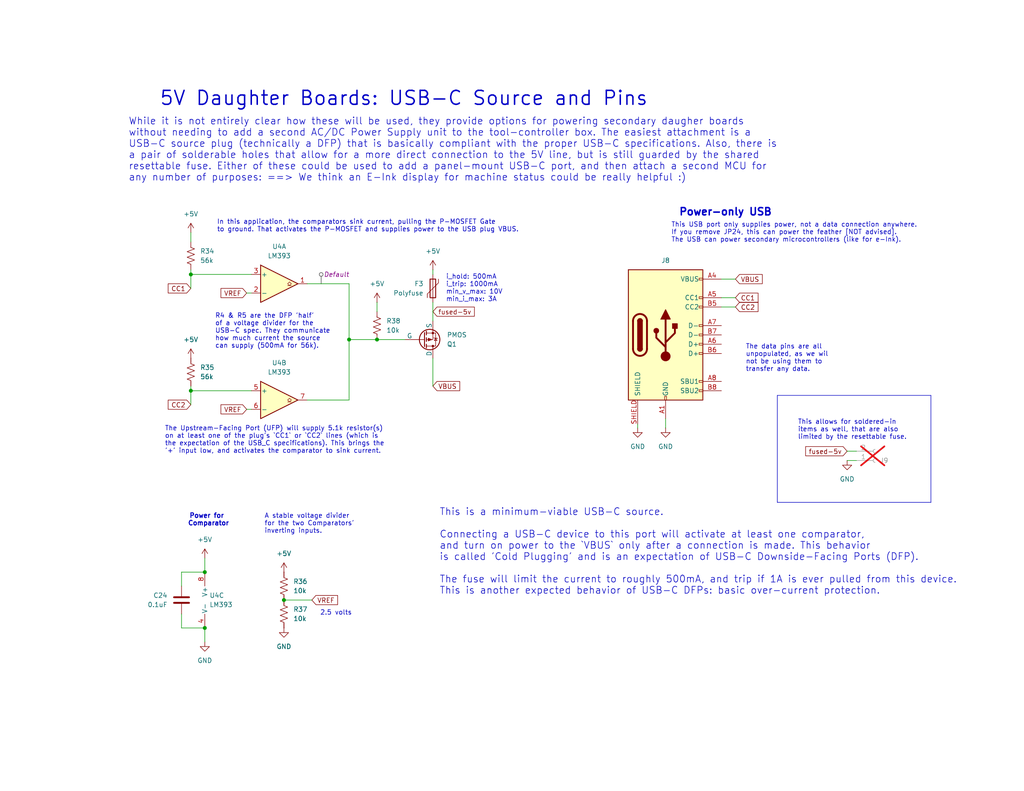
<source format=kicad_sch>
(kicad_sch
	(version 20250114)
	(generator "eeschema")
	(generator_version "9.0")
	(uuid "8785418a-f08a-4394-907e-a06ade6d9b06")
	(paper "USLetter")
	(title_block
		(title "5V USB-C and Pins | Daughter Board Power")
		(date "2025-11-02")
		(rev "1.4.3")
		(company "Corey Rice / MakeHaven")
		(comment 1 "Solderable connection also provided, still guarded by resettable fuse")
		(comment 2 "Features Cold-Plugging with an LM393 and over current protection")
		(comment 3 "Bare-minimum USB-C downside facing port")
	)
	(lib_symbols
		(symbol "Comparator:LM393"
			(pin_names
				(offset 0.127)
			)
			(exclude_from_sim no)
			(in_bom yes)
			(on_board yes)
			(property "Reference" "U"
				(at 3.81 3.81 0)
				(effects
					(font
						(size 1.27 1.27)
					)
				)
			)
			(property "Value" "LM393"
				(at 6.35 -3.81 0)
				(effects
					(font
						(size 1.27 1.27)
					)
				)
			)
			(property "Footprint" ""
				(at 0 0 0)
				(effects
					(font
						(size 1.27 1.27)
					)
					(hide yes)
				)
			)
			(property "Datasheet" "http://www.ti.com/lit/ds/symlink/lm393.pdf"
				(at 0 0 0)
				(effects
					(font
						(size 1.27 1.27)
					)
					(hide yes)
				)
			)
			(property "Description" "Low-Power, Low-Offset Voltage, Dual Comparators, DIP-8/SOIC-8/TO-99-8"
				(at 0 0 0)
				(effects
					(font
						(size 1.27 1.27)
					)
					(hide yes)
				)
			)
			(property "ki_locked" ""
				(at 0 0 0)
				(effects
					(font
						(size 1.27 1.27)
					)
				)
			)
			(property "ki_keywords" "cmp open collector"
				(at 0 0 0)
				(effects
					(font
						(size 1.27 1.27)
					)
					(hide yes)
				)
			)
			(property "ki_fp_filters" "SOIC*3.9x4.9mm*P1.27mm* DIP*W7.62mm* SOP*5.28x5.23mm*P1.27mm* VSSOP*3x3mm*P0.65mm* TSSOP*4.4x3mm*P0.65mm*"
				(at 0 0 0)
				(effects
					(font
						(size 1.27 1.27)
					)
					(hide yes)
				)
			)
			(symbol "LM393_1_1"
				(polyline
					(pts
						(xy -5.08 5.08) (xy 5.08 0) (xy -5.08 -5.08) (xy -5.08 5.08)
					)
					(stroke
						(width 0.254)
						(type default)
					)
					(fill
						(type background)
					)
				)
				(polyline
					(pts
						(xy 3.302 -0.508) (xy 2.794 -0.508) (xy 3.302 0) (xy 2.794 0.508) (xy 2.286 0) (xy 2.794 -0.508)
						(xy 2.286 -0.508)
					)
					(stroke
						(width 0.127)
						(type default)
					)
					(fill
						(type none)
					)
				)
				(pin input line
					(at -7.62 2.54 0)
					(length 2.54)
					(name "+"
						(effects
							(font
								(size 1.27 1.27)
							)
						)
					)
					(number "3"
						(effects
							(font
								(size 1.27 1.27)
							)
						)
					)
				)
				(pin input line
					(at -7.62 -2.54 0)
					(length 2.54)
					(name "-"
						(effects
							(font
								(size 1.27 1.27)
							)
						)
					)
					(number "2"
						(effects
							(font
								(size 1.27 1.27)
							)
						)
					)
				)
				(pin open_collector line
					(at 7.62 0 180)
					(length 2.54)
					(name "~"
						(effects
							(font
								(size 1.27 1.27)
							)
						)
					)
					(number "1"
						(effects
							(font
								(size 1.27 1.27)
							)
						)
					)
				)
			)
			(symbol "LM393_2_1"
				(polyline
					(pts
						(xy -5.08 5.08) (xy 5.08 0) (xy -5.08 -5.08) (xy -5.08 5.08)
					)
					(stroke
						(width 0.254)
						(type default)
					)
					(fill
						(type background)
					)
				)
				(polyline
					(pts
						(xy 3.302 -0.508) (xy 2.794 -0.508) (xy 3.302 0) (xy 2.794 0.508) (xy 2.286 0) (xy 2.794 -0.508)
						(xy 2.286 -0.508)
					)
					(stroke
						(width 0.127)
						(type default)
					)
					(fill
						(type none)
					)
				)
				(pin input line
					(at -7.62 2.54 0)
					(length 2.54)
					(name "+"
						(effects
							(font
								(size 1.27 1.27)
							)
						)
					)
					(number "5"
						(effects
							(font
								(size 1.27 1.27)
							)
						)
					)
				)
				(pin input line
					(at -7.62 -2.54 0)
					(length 2.54)
					(name "-"
						(effects
							(font
								(size 1.27 1.27)
							)
						)
					)
					(number "6"
						(effects
							(font
								(size 1.27 1.27)
							)
						)
					)
				)
				(pin open_collector line
					(at 7.62 0 180)
					(length 2.54)
					(name "~"
						(effects
							(font
								(size 1.27 1.27)
							)
						)
					)
					(number "7"
						(effects
							(font
								(size 1.27 1.27)
							)
						)
					)
				)
			)
			(symbol "LM393_3_1"
				(pin power_in line
					(at -2.54 7.62 270)
					(length 3.81)
					(name "V+"
						(effects
							(font
								(size 1.27 1.27)
							)
						)
					)
					(number "8"
						(effects
							(font
								(size 1.27 1.27)
							)
						)
					)
				)
				(pin power_in line
					(at -2.54 -7.62 90)
					(length 3.81)
					(name "V-"
						(effects
							(font
								(size 1.27 1.27)
							)
						)
					)
					(number "4"
						(effects
							(font
								(size 1.27 1.27)
							)
						)
					)
				)
			)
			(embedded_fonts no)
		)
		(symbol "Connector:Conn_01x02_Socket"
			(pin_names
				(offset 1.016)
				(hide yes)
			)
			(exclude_from_sim no)
			(in_bom yes)
			(on_board yes)
			(property "Reference" "J"
				(at 0 2.54 0)
				(effects
					(font
						(size 1.27 1.27)
					)
				)
			)
			(property "Value" "Conn_01x02_Socket"
				(at 0 -5.08 0)
				(effects
					(font
						(size 1.27 1.27)
					)
				)
			)
			(property "Footprint" ""
				(at 0 0 0)
				(effects
					(font
						(size 1.27 1.27)
					)
					(hide yes)
				)
			)
			(property "Datasheet" "~"
				(at 0 0 0)
				(effects
					(font
						(size 1.27 1.27)
					)
					(hide yes)
				)
			)
			(property "Description" "Generic connector, single row, 01x02, script generated"
				(at 0 0 0)
				(effects
					(font
						(size 1.27 1.27)
					)
					(hide yes)
				)
			)
			(property "ki_locked" ""
				(at 0 0 0)
				(effects
					(font
						(size 1.27 1.27)
					)
				)
			)
			(property "ki_keywords" "connector"
				(at 0 0 0)
				(effects
					(font
						(size 1.27 1.27)
					)
					(hide yes)
				)
			)
			(property "ki_fp_filters" "Connector*:*_1x??_*"
				(at 0 0 0)
				(effects
					(font
						(size 1.27 1.27)
					)
					(hide yes)
				)
			)
			(symbol "Conn_01x02_Socket_1_1"
				(polyline
					(pts
						(xy -1.27 0) (xy -0.508 0)
					)
					(stroke
						(width 0.1524)
						(type default)
					)
					(fill
						(type none)
					)
				)
				(polyline
					(pts
						(xy -1.27 -2.54) (xy -0.508 -2.54)
					)
					(stroke
						(width 0.1524)
						(type default)
					)
					(fill
						(type none)
					)
				)
				(arc
					(start 0 -0.508)
					(mid -0.5058 0)
					(end 0 0.508)
					(stroke
						(width 0.1524)
						(type default)
					)
					(fill
						(type none)
					)
				)
				(arc
					(start 0 -3.048)
					(mid -0.5058 -2.54)
					(end 0 -2.032)
					(stroke
						(width 0.1524)
						(type default)
					)
					(fill
						(type none)
					)
				)
				(pin passive line
					(at -5.08 0 0)
					(length 3.81)
					(name "Pin_1"
						(effects
							(font
								(size 1.27 1.27)
							)
						)
					)
					(number "1"
						(effects
							(font
								(size 1.27 1.27)
							)
						)
					)
				)
				(pin passive line
					(at -5.08 -2.54 0)
					(length 3.81)
					(name "Pin_2"
						(effects
							(font
								(size 1.27 1.27)
							)
						)
					)
					(number "2"
						(effects
							(font
								(size 1.27 1.27)
							)
						)
					)
				)
			)
			(embedded_fonts no)
		)
		(symbol "Connector:USB_C_Receptacle_USB2.0_16P"
			(pin_names
				(offset 1.016)
			)
			(exclude_from_sim no)
			(in_bom yes)
			(on_board yes)
			(property "Reference" "J8"
				(at 0 20.32 0)
				(effects
					(font
						(size 1.27 1.27)
					)
				)
			)
			(property "Value" "USB_C_Receptacle_USB2.0_16P"
				(at 0 20.32 0)
				(effects
					(font
						(size 1.27 1.27)
					)
					(hide yes)
				)
			)
			(property "Footprint" "usbc:USB-C-TH_GT-USB-7055"
				(at 3.81 0 0)
				(effects
					(font
						(size 1.27 1.27)
					)
					(hide yes)
				)
			)
			(property "Datasheet" "https://www.usb.org/sites/default/files/documents/usb_type-c.zip"
				(at 3.81 0 0)
				(effects
					(font
						(size 1.27 1.27)
					)
					(hide yes)
				)
			)
			(property "Description" "USB 2.0-only 16P Type-C Receptacle connector"
				(at 0 0 0)
				(effects
					(font
						(size 1.27 1.27)
					)
					(hide yes)
				)
			)
			(property "lcsd_id" "C2686963"
				(at 0 0 0)
				(effects
					(font
						(size 1.27 1.27)
					)
					(hide yes)
				)
			)
			(property "ki_keywords" "usb universal serial bus type-C USB2.0"
				(at 0 0 0)
				(effects
					(font
						(size 1.27 1.27)
					)
					(hide yes)
				)
			)
			(property "ki_fp_filters" "USB*C*Receptacle*"
				(at 0 0 0)
				(effects
					(font
						(size 1.27 1.27)
					)
					(hide yes)
				)
			)
			(symbol "USB_C_Receptacle_USB2.0_16P_0_0"
				(rectangle
					(start -0.254 -17.78)
					(end 0.254 -16.764)
					(stroke
						(width 0)
						(type default)
					)
					(fill
						(type none)
					)
				)
				(rectangle
					(start 10.16 15.494)
					(end 9.144 14.986)
					(stroke
						(width 0)
						(type default)
					)
					(fill
						(type none)
					)
				)
				(rectangle
					(start 10.16 10.414)
					(end 9.144 9.906)
					(stroke
						(width 0)
						(type default)
					)
					(fill
						(type none)
					)
				)
				(rectangle
					(start 10.16 7.874)
					(end 9.144 7.366)
					(stroke
						(width 0)
						(type default)
					)
					(fill
						(type none)
					)
				)
				(rectangle
					(start 10.16 2.794)
					(end 9.144 2.286)
					(stroke
						(width 0)
						(type default)
					)
					(fill
						(type none)
					)
				)
				(rectangle
					(start 10.16 0.254)
					(end 9.144 -0.254)
					(stroke
						(width 0)
						(type default)
					)
					(fill
						(type none)
					)
				)
				(rectangle
					(start 10.16 -2.286)
					(end 9.144 -2.794)
					(stroke
						(width 0)
						(type default)
					)
					(fill
						(type none)
					)
				)
				(rectangle
					(start 10.16 -4.826)
					(end 9.144 -5.334)
					(stroke
						(width 0)
						(type default)
					)
					(fill
						(type none)
					)
				)
				(rectangle
					(start 10.16 -12.446)
					(end 9.144 -12.954)
					(stroke
						(width 0)
						(type default)
					)
					(fill
						(type none)
					)
				)
				(rectangle
					(start 10.16 -14.986)
					(end 9.144 -15.494)
					(stroke
						(width 0)
						(type default)
					)
					(fill
						(type none)
					)
				)
			)
			(symbol "USB_C_Receptacle_USB2.0_16P_0_1"
				(rectangle
					(start -10.16 17.78)
					(end 10.16 -17.78)
					(stroke
						(width 0.254)
						(type default)
					)
					(fill
						(type background)
					)
				)
				(polyline
					(pts
						(xy -8.89 -3.81) (xy -8.89 3.81)
					)
					(stroke
						(width 0.508)
						(type default)
					)
					(fill
						(type none)
					)
				)
				(rectangle
					(start -7.62 -3.81)
					(end -6.35 3.81)
					(stroke
						(width 0.254)
						(type default)
					)
					(fill
						(type outline)
					)
				)
				(arc
					(start -7.62 3.81)
					(mid -6.985 4.4423)
					(end -6.35 3.81)
					(stroke
						(width 0.254)
						(type default)
					)
					(fill
						(type none)
					)
				)
				(arc
					(start -7.62 3.81)
					(mid -6.985 4.4423)
					(end -6.35 3.81)
					(stroke
						(width 0.254)
						(type default)
					)
					(fill
						(type outline)
					)
				)
				(arc
					(start -8.89 3.81)
					(mid -6.985 5.7067)
					(end -5.08 3.81)
					(stroke
						(width 0.508)
						(type default)
					)
					(fill
						(type none)
					)
				)
				(arc
					(start -5.08 -3.81)
					(mid -6.985 -5.7067)
					(end -8.89 -3.81)
					(stroke
						(width 0.508)
						(type default)
					)
					(fill
						(type none)
					)
				)
				(arc
					(start -6.35 -3.81)
					(mid -6.985 -4.4423)
					(end -7.62 -3.81)
					(stroke
						(width 0.254)
						(type default)
					)
					(fill
						(type none)
					)
				)
				(arc
					(start -6.35 -3.81)
					(mid -6.985 -4.4423)
					(end -7.62 -3.81)
					(stroke
						(width 0.254)
						(type default)
					)
					(fill
						(type outline)
					)
				)
				(polyline
					(pts
						(xy -5.08 3.81) (xy -5.08 -3.81)
					)
					(stroke
						(width 0.508)
						(type default)
					)
					(fill
						(type none)
					)
				)
				(circle
					(center -2.54 1.143)
					(radius 0.635)
					(stroke
						(width 0.254)
						(type default)
					)
					(fill
						(type outline)
					)
				)
				(polyline
					(pts
						(xy -1.27 4.318) (xy 0 6.858) (xy 1.27 4.318) (xy -1.27 4.318)
					)
					(stroke
						(width 0.254)
						(type default)
					)
					(fill
						(type outline)
					)
				)
				(polyline
					(pts
						(xy 0 -2.032) (xy 2.54 0.508) (xy 2.54 1.778)
					)
					(stroke
						(width 0.508)
						(type default)
					)
					(fill
						(type none)
					)
				)
				(polyline
					(pts
						(xy 0 -3.302) (xy -2.54 -0.762) (xy -2.54 0.508)
					)
					(stroke
						(width 0.508)
						(type default)
					)
					(fill
						(type none)
					)
				)
				(polyline
					(pts
						(xy 0 -5.842) (xy 0 4.318)
					)
					(stroke
						(width 0.508)
						(type default)
					)
					(fill
						(type none)
					)
				)
				(circle
					(center 0 -5.842)
					(radius 1.27)
					(stroke
						(width 0)
						(type default)
					)
					(fill
						(type outline)
					)
				)
				(rectangle
					(start 1.905 1.778)
					(end 3.175 3.048)
					(stroke
						(width 0.254)
						(type default)
					)
					(fill
						(type outline)
					)
				)
			)
			(symbol "USB_C_Receptacle_USB2.0_16P_1_1"
				(pin passive line
					(at -7.62 -24.384 90)
					(length 6.604)
					(name "SHIELD"
						(effects
							(font
								(size 1.27 1.27)
							)
						)
					)
					(number "SHIELD"
						(effects
							(font
								(size 1.27 1.27)
							)
						)
					)
				)
				(pin passive line
					(at 0 -22.86 90)
					(length 5.08)
					(name "GND"
						(effects
							(font
								(size 1.27 1.27)
							)
						)
					)
					(number "A1"
						(effects
							(font
								(size 1.27 1.27)
							)
						)
					)
				)
				(pin passive line
					(at 0 -22.86 90)
					(length 5.08)
					(hide yes)
					(name "GND"
						(effects
							(font
								(size 1.27 1.27)
							)
						)
					)
					(number "A12"
						(effects
							(font
								(size 1.27 1.27)
							)
						)
					)
				)
				(pin passive line
					(at 0 -22.86 90)
					(length 5.08)
					(hide yes)
					(name "GND"
						(effects
							(font
								(size 1.27 1.27)
							)
						)
					)
					(number "B1"
						(effects
							(font
								(size 1.27 1.27)
							)
						)
					)
				)
				(pin passive line
					(at 0 -22.86 90)
					(length 5.08)
					(hide yes)
					(name "GND"
						(effects
							(font
								(size 1.27 1.27)
							)
						)
					)
					(number "B12"
						(effects
							(font
								(size 1.27 1.27)
							)
						)
					)
				)
				(pin passive line
					(at 15.24 15.24 180)
					(length 5.08)
					(name "VBUS"
						(effects
							(font
								(size 1.27 1.27)
							)
						)
					)
					(number "A4"
						(effects
							(font
								(size 1.27 1.27)
							)
						)
					)
				)
				(pin passive line
					(at 15.24 15.24 180)
					(length 5.08)
					(hide yes)
					(name "VBUS"
						(effects
							(font
								(size 1.27 1.27)
							)
						)
					)
					(number "A9"
						(effects
							(font
								(size 1.27 1.27)
							)
						)
					)
				)
				(pin passive line
					(at 15.24 15.24 180)
					(length 5.08)
					(hide yes)
					(name "VBUS"
						(effects
							(font
								(size 1.27 1.27)
							)
						)
					)
					(number "B4"
						(effects
							(font
								(size 1.27 1.27)
							)
						)
					)
				)
				(pin passive line
					(at 15.24 15.24 180)
					(length 5.08)
					(hide yes)
					(name "VBUS"
						(effects
							(font
								(size 1.27 1.27)
							)
						)
					)
					(number "B9"
						(effects
							(font
								(size 1.27 1.27)
							)
						)
					)
				)
				(pin bidirectional line
					(at 15.24 10.16 180)
					(length 5.08)
					(name "CC1"
						(effects
							(font
								(size 1.27 1.27)
							)
						)
					)
					(number "A5"
						(effects
							(font
								(size 1.27 1.27)
							)
						)
					)
				)
				(pin bidirectional line
					(at 15.24 7.62 180)
					(length 5.08)
					(name "CC2"
						(effects
							(font
								(size 1.27 1.27)
							)
						)
					)
					(number "B5"
						(effects
							(font
								(size 1.27 1.27)
							)
						)
					)
				)
				(pin bidirectional line
					(at 15.24 2.54 180)
					(length 5.08)
					(name "D-"
						(effects
							(font
								(size 1.27 1.27)
							)
						)
					)
					(number "A7"
						(effects
							(font
								(size 1.27 1.27)
							)
						)
					)
				)
				(pin bidirectional line
					(at 15.24 0 180)
					(length 5.08)
					(name "D-"
						(effects
							(font
								(size 1.27 1.27)
							)
						)
					)
					(number "B7"
						(effects
							(font
								(size 1.27 1.27)
							)
						)
					)
				)
				(pin bidirectional line
					(at 15.24 -2.54 180)
					(length 5.08)
					(name "D+"
						(effects
							(font
								(size 1.27 1.27)
							)
						)
					)
					(number "A6"
						(effects
							(font
								(size 1.27 1.27)
							)
						)
					)
				)
				(pin bidirectional line
					(at 15.24 -5.08 180)
					(length 5.08)
					(name "D+"
						(effects
							(font
								(size 1.27 1.27)
							)
						)
					)
					(number "B6"
						(effects
							(font
								(size 1.27 1.27)
							)
						)
					)
				)
				(pin bidirectional line
					(at 15.24 -12.7 180)
					(length 5.08)
					(name "SBU1"
						(effects
							(font
								(size 1.27 1.27)
							)
						)
					)
					(number "A8"
						(effects
							(font
								(size 1.27 1.27)
							)
						)
					)
				)
				(pin bidirectional line
					(at 15.24 -15.24 180)
					(length 5.08)
					(name "SBU2"
						(effects
							(font
								(size 1.27 1.27)
							)
						)
					)
					(number "B8"
						(effects
							(font
								(size 1.27 1.27)
							)
						)
					)
				)
			)
			(embedded_fonts no)
		)
		(symbol "Device:C"
			(pin_numbers
				(hide yes)
			)
			(pin_names
				(offset 0.254)
			)
			(exclude_from_sim no)
			(in_bom yes)
			(on_board yes)
			(property "Reference" "C"
				(at 0.635 2.54 0)
				(effects
					(font
						(size 1.27 1.27)
					)
					(justify left)
				)
			)
			(property "Value" "C"
				(at 0.635 -2.54 0)
				(effects
					(font
						(size 1.27 1.27)
					)
					(justify left)
				)
			)
			(property "Footprint" ""
				(at 0.9652 -3.81 0)
				(effects
					(font
						(size 1.27 1.27)
					)
					(hide yes)
				)
			)
			(property "Datasheet" "~"
				(at 0 0 0)
				(effects
					(font
						(size 1.27 1.27)
					)
					(hide yes)
				)
			)
			(property "Description" "Unpolarized capacitor"
				(at 0 0 0)
				(effects
					(font
						(size 1.27 1.27)
					)
					(hide yes)
				)
			)
			(property "ki_keywords" "cap capacitor"
				(at 0 0 0)
				(effects
					(font
						(size 1.27 1.27)
					)
					(hide yes)
				)
			)
			(property "ki_fp_filters" "C_*"
				(at 0 0 0)
				(effects
					(font
						(size 1.27 1.27)
					)
					(hide yes)
				)
			)
			(symbol "C_0_1"
				(polyline
					(pts
						(xy -2.032 0.762) (xy 2.032 0.762)
					)
					(stroke
						(width 0.508)
						(type default)
					)
					(fill
						(type none)
					)
				)
				(polyline
					(pts
						(xy -2.032 -0.762) (xy 2.032 -0.762)
					)
					(stroke
						(width 0.508)
						(type default)
					)
					(fill
						(type none)
					)
				)
			)
			(symbol "C_1_1"
				(pin passive line
					(at 0 3.81 270)
					(length 2.794)
					(name "~"
						(effects
							(font
								(size 1.27 1.27)
							)
						)
					)
					(number "1"
						(effects
							(font
								(size 1.27 1.27)
							)
						)
					)
				)
				(pin passive line
					(at 0 -3.81 90)
					(length 2.794)
					(name "~"
						(effects
							(font
								(size 1.27 1.27)
							)
						)
					)
					(number "2"
						(effects
							(font
								(size 1.27 1.27)
							)
						)
					)
				)
			)
			(embedded_fonts no)
		)
		(symbol "Device:Polyfuse"
			(pin_numbers
				(hide yes)
			)
			(pin_names
				(offset 0)
			)
			(exclude_from_sim no)
			(in_bom yes)
			(on_board yes)
			(property "Reference" "F"
				(at -2.54 0 90)
				(effects
					(font
						(size 1.27 1.27)
					)
				)
			)
			(property "Value" "Polyfuse"
				(at 2.54 0 90)
				(effects
					(font
						(size 1.27 1.27)
					)
				)
			)
			(property "Footprint" ""
				(at 1.27 -5.08 0)
				(effects
					(font
						(size 1.27 1.27)
					)
					(justify left)
					(hide yes)
				)
			)
			(property "Datasheet" "~"
				(at 0 0 0)
				(effects
					(font
						(size 1.27 1.27)
					)
					(hide yes)
				)
			)
			(property "Description" "Resettable fuse, polymeric positive temperature coefficient"
				(at 0 0 0)
				(effects
					(font
						(size 1.27 1.27)
					)
					(hide yes)
				)
			)
			(property "ki_keywords" "resettable fuse PTC PPTC polyfuse polyswitch"
				(at 0 0 0)
				(effects
					(font
						(size 1.27 1.27)
					)
					(hide yes)
				)
			)
			(property "ki_fp_filters" "*polyfuse* *PTC*"
				(at 0 0 0)
				(effects
					(font
						(size 1.27 1.27)
					)
					(hide yes)
				)
			)
			(symbol "Polyfuse_0_1"
				(polyline
					(pts
						(xy -1.524 2.54) (xy -1.524 1.524) (xy 1.524 -1.524) (xy 1.524 -2.54)
					)
					(stroke
						(width 0)
						(type default)
					)
					(fill
						(type none)
					)
				)
				(rectangle
					(start -0.762 2.54)
					(end 0.762 -2.54)
					(stroke
						(width 0.254)
						(type default)
					)
					(fill
						(type none)
					)
				)
				(polyline
					(pts
						(xy 0 2.54) (xy 0 -2.54)
					)
					(stroke
						(width 0)
						(type default)
					)
					(fill
						(type none)
					)
				)
			)
			(symbol "Polyfuse_1_1"
				(pin passive line
					(at 0 3.81 270)
					(length 1.27)
					(name "~"
						(effects
							(font
								(size 1.27 1.27)
							)
						)
					)
					(number "1"
						(effects
							(font
								(size 1.27 1.27)
							)
						)
					)
				)
				(pin passive line
					(at 0 -3.81 90)
					(length 1.27)
					(name "~"
						(effects
							(font
								(size 1.27 1.27)
							)
						)
					)
					(number "2"
						(effects
							(font
								(size 1.27 1.27)
							)
						)
					)
				)
			)
			(embedded_fonts no)
		)
		(symbol "Device:R_US"
			(pin_numbers
				(hide yes)
			)
			(pin_names
				(offset 0)
			)
			(exclude_from_sim no)
			(in_bom yes)
			(on_board yes)
			(property "Reference" "R"
				(at 2.54 0 90)
				(effects
					(font
						(size 1.27 1.27)
					)
				)
			)
			(property "Value" "R_US"
				(at -2.54 0 90)
				(effects
					(font
						(size 1.27 1.27)
					)
				)
			)
			(property "Footprint" ""
				(at 1.016 -0.254 90)
				(effects
					(font
						(size 1.27 1.27)
					)
					(hide yes)
				)
			)
			(property "Datasheet" "~"
				(at 0 0 0)
				(effects
					(font
						(size 1.27 1.27)
					)
					(hide yes)
				)
			)
			(property "Description" "Resistor, US symbol"
				(at 0 0 0)
				(effects
					(font
						(size 1.27 1.27)
					)
					(hide yes)
				)
			)
			(property "ki_keywords" "R res resistor"
				(at 0 0 0)
				(effects
					(font
						(size 1.27 1.27)
					)
					(hide yes)
				)
			)
			(property "ki_fp_filters" "R_*"
				(at 0 0 0)
				(effects
					(font
						(size 1.27 1.27)
					)
					(hide yes)
				)
			)
			(symbol "R_US_0_1"
				(polyline
					(pts
						(xy 0 2.286) (xy 0 2.54)
					)
					(stroke
						(width 0)
						(type default)
					)
					(fill
						(type none)
					)
				)
				(polyline
					(pts
						(xy 0 2.286) (xy 1.016 1.905) (xy 0 1.524) (xy -1.016 1.143) (xy 0 0.762)
					)
					(stroke
						(width 0)
						(type default)
					)
					(fill
						(type none)
					)
				)
				(polyline
					(pts
						(xy 0 0.762) (xy 1.016 0.381) (xy 0 0) (xy -1.016 -0.381) (xy 0 -0.762)
					)
					(stroke
						(width 0)
						(type default)
					)
					(fill
						(type none)
					)
				)
				(polyline
					(pts
						(xy 0 -0.762) (xy 1.016 -1.143) (xy 0 -1.524) (xy -1.016 -1.905) (xy 0 -2.286)
					)
					(stroke
						(width 0)
						(type default)
					)
					(fill
						(type none)
					)
				)
				(polyline
					(pts
						(xy 0 -2.286) (xy 0 -2.54)
					)
					(stroke
						(width 0)
						(type default)
					)
					(fill
						(type none)
					)
				)
			)
			(symbol "R_US_1_1"
				(pin passive line
					(at 0 3.81 270)
					(length 1.27)
					(name "~"
						(effects
							(font
								(size 1.27 1.27)
							)
						)
					)
					(number "1"
						(effects
							(font
								(size 1.27 1.27)
							)
						)
					)
				)
				(pin passive line
					(at 0 -3.81 90)
					(length 1.27)
					(name "~"
						(effects
							(font
								(size 1.27 1.27)
							)
						)
					)
					(number "2"
						(effects
							(font
								(size 1.27 1.27)
							)
						)
					)
				)
			)
			(embedded_fonts no)
		)
		(symbol "Simulation_SPICE:PMOS"
			(pin_numbers
				(hide yes)
			)
			(pin_names
				(offset 0)
			)
			(exclude_from_sim no)
			(in_bom yes)
			(on_board yes)
			(property "Reference" "Q"
				(at 5.08 1.27 0)
				(effects
					(font
						(size 1.27 1.27)
					)
					(justify left)
				)
			)
			(property "Value" "PMOS"
				(at 5.08 -1.27 0)
				(effects
					(font
						(size 1.27 1.27)
					)
					(justify left)
				)
			)
			(property "Footprint" ""
				(at 5.08 2.54 0)
				(effects
					(font
						(size 1.27 1.27)
					)
					(hide yes)
				)
			)
			(property "Datasheet" "https://ngspice.sourceforge.io/docs/ngspice-html-manual/manual.xhtml#cha_MOSFETs"
				(at 0 -12.7 0)
				(effects
					(font
						(size 1.27 1.27)
					)
					(hide yes)
				)
			)
			(property "Description" "P-MOSFET transistor, drain/source/gate"
				(at 0 0 0)
				(effects
					(font
						(size 1.27 1.27)
					)
					(hide yes)
				)
			)
			(property "Sim.Device" "PMOS"
				(at 0 -17.145 0)
				(effects
					(font
						(size 1.27 1.27)
					)
					(hide yes)
				)
			)
			(property "Sim.Type" "VDMOS"
				(at 0 -19.05 0)
				(effects
					(font
						(size 1.27 1.27)
					)
					(hide yes)
				)
			)
			(property "Sim.Pins" "1=D 2=G 3=S"
				(at 0 -15.24 0)
				(effects
					(font
						(size 1.27 1.27)
					)
					(hide yes)
				)
			)
			(property "ki_keywords" "transistor PMOS P-MOS P-MOSFET simulation"
				(at 0 0 0)
				(effects
					(font
						(size 1.27 1.27)
					)
					(hide yes)
				)
			)
			(symbol "PMOS_0_1"
				(polyline
					(pts
						(xy 0.254 1.905) (xy 0.254 -1.905)
					)
					(stroke
						(width 0.254)
						(type default)
					)
					(fill
						(type none)
					)
				)
				(polyline
					(pts
						(xy 0.254 0) (xy -2.54 0)
					)
					(stroke
						(width 0)
						(type default)
					)
					(fill
						(type none)
					)
				)
				(polyline
					(pts
						(xy 0.762 2.286) (xy 0.762 1.27)
					)
					(stroke
						(width 0.254)
						(type default)
					)
					(fill
						(type none)
					)
				)
				(polyline
					(pts
						(xy 0.762 1.778) (xy 3.302 1.778) (xy 3.302 -1.778) (xy 0.762 -1.778)
					)
					(stroke
						(width 0)
						(type default)
					)
					(fill
						(type none)
					)
				)
				(polyline
					(pts
						(xy 0.762 0.508) (xy 0.762 -0.508)
					)
					(stroke
						(width 0.254)
						(type default)
					)
					(fill
						(type none)
					)
				)
				(polyline
					(pts
						(xy 0.762 -1.27) (xy 0.762 -2.286)
					)
					(stroke
						(width 0.254)
						(type default)
					)
					(fill
						(type none)
					)
				)
				(circle
					(center 1.651 0)
					(radius 2.794)
					(stroke
						(width 0.254)
						(type default)
					)
					(fill
						(type none)
					)
				)
				(polyline
					(pts
						(xy 2.286 0) (xy 1.27 0.381) (xy 1.27 -0.381) (xy 2.286 0)
					)
					(stroke
						(width 0)
						(type default)
					)
					(fill
						(type outline)
					)
				)
				(polyline
					(pts
						(xy 2.54 2.54) (xy 2.54 1.778)
					)
					(stroke
						(width 0)
						(type default)
					)
					(fill
						(type none)
					)
				)
				(circle
					(center 2.54 1.778)
					(radius 0.254)
					(stroke
						(width 0)
						(type default)
					)
					(fill
						(type outline)
					)
				)
				(circle
					(center 2.54 -1.778)
					(radius 0.254)
					(stroke
						(width 0)
						(type default)
					)
					(fill
						(type outline)
					)
				)
				(polyline
					(pts
						(xy 2.54 -2.54) (xy 2.54 0) (xy 0.762 0)
					)
					(stroke
						(width 0)
						(type default)
					)
					(fill
						(type none)
					)
				)
				(polyline
					(pts
						(xy 2.794 -0.508) (xy 2.921 -0.381) (xy 3.683 -0.381) (xy 3.81 -0.254)
					)
					(stroke
						(width 0)
						(type default)
					)
					(fill
						(type none)
					)
				)
				(polyline
					(pts
						(xy 3.302 -0.381) (xy 2.921 0.254) (xy 3.683 0.254) (xy 3.302 -0.381)
					)
					(stroke
						(width 0)
						(type default)
					)
					(fill
						(type none)
					)
				)
			)
			(symbol "PMOS_1_1"
				(pin input line
					(at -5.08 0 0)
					(length 2.54)
					(name "G"
						(effects
							(font
								(size 1.27 1.27)
							)
						)
					)
					(number "2"
						(effects
							(font
								(size 1.27 1.27)
							)
						)
					)
				)
				(pin passive line
					(at 2.54 5.08 270)
					(length 2.54)
					(name "D"
						(effects
							(font
								(size 1.27 1.27)
							)
						)
					)
					(number "1"
						(effects
							(font
								(size 1.27 1.27)
							)
						)
					)
				)
				(pin passive line
					(at 2.54 -5.08 90)
					(length 2.54)
					(name "S"
						(effects
							(font
								(size 1.27 1.27)
							)
						)
					)
					(number "3"
						(effects
							(font
								(size 1.27 1.27)
							)
						)
					)
				)
			)
			(embedded_fonts no)
		)
		(symbol "power:+5V"
			(power)
			(pin_numbers
				(hide yes)
			)
			(pin_names
				(offset 0)
				(hide yes)
			)
			(exclude_from_sim no)
			(in_bom yes)
			(on_board yes)
			(property "Reference" "#PWR"
				(at 0 -3.81 0)
				(effects
					(font
						(size 1.27 1.27)
					)
					(hide yes)
				)
			)
			(property "Value" "+5V"
				(at 0 3.556 0)
				(effects
					(font
						(size 1.27 1.27)
					)
				)
			)
			(property "Footprint" ""
				(at 0 0 0)
				(effects
					(font
						(size 1.27 1.27)
					)
					(hide yes)
				)
			)
			(property "Datasheet" ""
				(at 0 0 0)
				(effects
					(font
						(size 1.27 1.27)
					)
					(hide yes)
				)
			)
			(property "Description" "Power symbol creates a global label with name \"+5V\""
				(at 0 0 0)
				(effects
					(font
						(size 1.27 1.27)
					)
					(hide yes)
				)
			)
			(property "ki_keywords" "global power"
				(at 0 0 0)
				(effects
					(font
						(size 1.27 1.27)
					)
					(hide yes)
				)
			)
			(symbol "+5V_0_1"
				(polyline
					(pts
						(xy -0.762 1.27) (xy 0 2.54)
					)
					(stroke
						(width 0)
						(type default)
					)
					(fill
						(type none)
					)
				)
				(polyline
					(pts
						(xy 0 2.54) (xy 0.762 1.27)
					)
					(stroke
						(width 0)
						(type default)
					)
					(fill
						(type none)
					)
				)
				(polyline
					(pts
						(xy 0 0) (xy 0 2.54)
					)
					(stroke
						(width 0)
						(type default)
					)
					(fill
						(type none)
					)
				)
			)
			(symbol "+5V_1_1"
				(pin power_in line
					(at 0 0 90)
					(length 0)
					(name "~"
						(effects
							(font
								(size 1.27 1.27)
							)
						)
					)
					(number "1"
						(effects
							(font
								(size 1.27 1.27)
							)
						)
					)
				)
			)
			(embedded_fonts no)
		)
		(symbol "power:GND"
			(power)
			(pin_numbers
				(hide yes)
			)
			(pin_names
				(offset 0)
				(hide yes)
			)
			(exclude_from_sim no)
			(in_bom yes)
			(on_board yes)
			(property "Reference" "#PWR"
				(at 0 -6.35 0)
				(effects
					(font
						(size 1.27 1.27)
					)
					(hide yes)
				)
			)
			(property "Value" "GND"
				(at 0 -3.81 0)
				(effects
					(font
						(size 1.27 1.27)
					)
				)
			)
			(property "Footprint" ""
				(at 0 0 0)
				(effects
					(font
						(size 1.27 1.27)
					)
					(hide yes)
				)
			)
			(property "Datasheet" ""
				(at 0 0 0)
				(effects
					(font
						(size 1.27 1.27)
					)
					(hide yes)
				)
			)
			(property "Description" "Power symbol creates a global label with name \"GND\" , ground"
				(at 0 0 0)
				(effects
					(font
						(size 1.27 1.27)
					)
					(hide yes)
				)
			)
			(property "ki_keywords" "global power"
				(at 0 0 0)
				(effects
					(font
						(size 1.27 1.27)
					)
					(hide yes)
				)
			)
			(symbol "GND_0_1"
				(polyline
					(pts
						(xy 0 0) (xy 0 -1.27) (xy 1.27 -1.27) (xy 0 -2.54) (xy -1.27 -1.27) (xy 0 -1.27)
					)
					(stroke
						(width 0)
						(type default)
					)
					(fill
						(type none)
					)
				)
			)
			(symbol "GND_1_1"
				(pin power_in line
					(at 0 0 270)
					(length 0)
					(name "~"
						(effects
							(font
								(size 1.27 1.27)
							)
						)
					)
					(number "1"
						(effects
							(font
								(size 1.27 1.27)
							)
						)
					)
				)
			)
			(embedded_fonts no)
		)
	)
	(text "This allows for soldered-in \nitems as well, that are also\nlimited by the resettable fuse."
		(exclude_from_sim no)
		(at 217.678 117.348 0)
		(effects
			(font
				(size 1.27 1.27)
				(thickness 0.1588)
			)
			(justify left)
		)
		(uuid "385585bb-458d-49a5-a64c-a2ac6afee6ba")
	)
	(text "2.5 volts"
		(exclude_from_sim no)
		(at 91.694 167.386 0)
		(effects
			(font
				(size 1.27 1.27)
			)
		)
		(uuid "51ae586a-272e-4ea5-8f71-8bfd9124e0b5")
	)
	(text "i_hold: 500mA\ni_trip: 1000mA\nmin_v_max: 10V\nmin_i_max: 3A"
		(exclude_from_sim no)
		(at 121.666 78.74 0)
		(effects
			(font
				(size 1.27 1.27)
			)
			(justify left)
		)
		(uuid "52150b79-af9e-4002-adec-772e831c270f")
	)
	(text "Power-only USB"
		(exclude_from_sim no)
		(at 185.166 59.182 0)
		(effects
			(font
				(size 2 2)
				(thickness 0.4)
				(bold yes)
			)
			(justify left bottom)
		)
		(uuid "5306f8a4-8464-41fe-8068-f33a56d6861c")
	)
	(text "5V Daughter Boards: USB-C Source and Pins"
		(exclude_from_sim no)
		(at 43.434 29.21 0)
		(effects
			(font
				(size 3.81 3.81)
				(thickness 0.4)
				(bold yes)
			)
			(justify left bottom)
		)
		(uuid "59daa605-809a-4dcc-afc8-4bd13936f882")
	)
	(text "While it is not entirely clear how these will be used, they provide options for powering secondary daugher boards\nwithout needing to add a second AC/DC Power Supply unit to the tool-controller box. The easiest attachment is a \nUSB-C source plug (technically a DFP) that is basically compliant with the proper USB-C specifications. Also, there is\na pair of solderable holes that allow for a more direct connection to the 5V line, but is still guarded by the shared\nresettable fuse. Either of these could be used to add a panel-mount USB-C port, and then attach a second MCU for \nany number of purposes: ==> We think an E-Ink display for machine status could be really helpful :)"
		(exclude_from_sim no)
		(at 35.052 40.894 0)
		(effects
			(font
				(size 1.905 1.905)
				(thickness 0.1588)
			)
			(justify left)
		)
		(uuid "6a15eaea-37a3-4548-ac9d-9b377dcd6e5b")
	)
	(text "The Upstream-Facing Port (UFP) will supply 5.1k resistor(s) \non at least one of the plug's `CC1` or `CC2` lines (which is\nthe expectation of the USB_C specifications). This brings the \n'+' input low, and activates the comparator to sink current."
		(exclude_from_sim no)
		(at 44.958 120.142 0)
		(effects
			(font
				(size 1.27 1.27)
				(thickness 0.1588)
			)
			(justify left)
		)
		(uuid "744c97a6-efec-4982-984f-029d8f94cfc8")
	)
	(text "Power for \nComparator"
		(exclude_from_sim no)
		(at 56.896 141.986 0)
		(effects
			(font
				(size 1.27 1.27)
				(thickness 0.254)
				(bold yes)
			)
		)
		(uuid "89bde457-c58b-4d8e-a754-127677b4d6f5")
	)
	(text "R4 & R5 are the DFP 'half' \nof a voltage divider for the \nUSB-C spec. They communicate\nhow much current the source \ncan supply (500mA for 56k)."
		(exclude_from_sim no)
		(at 58.674 90.424 0)
		(effects
			(font
				(size 1.27 1.27)
				(thickness 0.1588)
			)
			(justify left)
		)
		(uuid "c13fa2a9-2ac2-4e2f-aa7d-787e9379a744")
	)
	(text "The data pins are all \nunpopulated, as we wil \nnot be using them to \ntransfer any data."
		(exclude_from_sim no)
		(at 203.454 97.79 0)
		(effects
			(font
				(size 1.27 1.27)
				(thickness 0.1588)
			)
			(justify left)
		)
		(uuid "c958f8a7-fdc5-4970-a1c4-68346a8c7542")
	)
	(text "This USB port only supplies power, not a data connection anywhere.\nIf you remove JP24, this can power the feather [NOT advised]. \nThe USB can power secondary microcontrollers (like for e-Ink)."
		(exclude_from_sim no)
		(at 183.134 66.294 0)
		(effects
			(font
				(size 1.27 1.27)
			)
			(justify left bottom)
		)
		(uuid "d4493ca1-e168-4de0-8749-12e35555cfb5")
	)
	(text "A stable voltage divider \nfor the two Comparators' \ninverting inputs."
		(exclude_from_sim no)
		(at 72.136 143.002 0)
		(effects
			(font
				(size 1.27 1.27)
				(thickness 0.1588)
			)
			(justify left)
		)
		(uuid "ef4addb2-8d7c-41fe-8daf-f52f894d3502")
	)
	(text "This is a minimum-viable USB-C source.\n\nConnecting a USB-C device to this port will activate at least one comparator, \nand turn on power to the `VBUS` only after a connection is made. This behavior \nis called 'Cold Plugging' and is an expectation of USB-C Downside-Facing Ports (DFP).\n\nThe fuse will limit the current to roughly 500mA, and trip if 1A is ever pulled from this device.\nThis is another expected behavior of USB-C DFPs: basic over-current protection."
		(exclude_from_sim no)
		(at 119.888 150.622 0)
		(effects
			(font
				(size 1.905 1.905)
				(thickness 0.1588)
			)
			(justify left)
		)
		(uuid "efb08040-5cbc-4fcc-b12f-8ad208cf5a2f")
	)
	(text "In this application, the comparators sink current, pulling the P-MOSFET Gate\nto ground. That activates the P-MOSFET and supplies power to the USB plug VBUS."
		(exclude_from_sim no)
		(at 59.182 61.722 0)
		(effects
			(font
				(size 1.27 1.27)
				(thickness 0.1588)
			)
			(justify left)
		)
		(uuid "fc1bed32-9837-497d-b7e9-b5f15fc6d879")
	)
	(junction
		(at 52.07 74.93)
		(diameter 0)
		(color 0 0 0 0)
		(uuid "1ffee2c8-0417-4b4e-9792-bb0a631e665b")
	)
	(junction
		(at 55.88 171.45)
		(diameter 0)
		(color 0 0 0 0)
		(uuid "3dd2d555-9a0f-4a21-8de2-aef5ebdd90a9")
	)
	(junction
		(at 77.47 163.83)
		(diameter 0)
		(color 0 0 0 0)
		(uuid "5fa65c06-68a7-48b3-bd5d-af0b81e1dd54")
	)
	(junction
		(at 52.07 106.68)
		(diameter 0)
		(color 0 0 0 0)
		(uuid "620445a1-92ea-434f-99f6-6e2992729aa7")
	)
	(junction
		(at 95.25 92.71)
		(diameter 0)
		(color 0 0 0 0)
		(uuid "82a20c63-fe14-4925-bb9c-c9063e767b1b")
	)
	(junction
		(at 102.87 92.71)
		(diameter 0)
		(color 0 0 0 0)
		(uuid "edca4b2e-d0a6-4d89-81d4-b9b34720ec32")
	)
	(junction
		(at 55.88 156.21)
		(diameter 0)
		(color 0 0 0 0)
		(uuid "f26416b0-0b5b-47da-94c3-42147fbf98e7")
	)
	(wire
		(pts
			(xy 196.85 76.2) (xy 200.66 76.2)
		)
		(stroke
			(width 0)
			(type default)
		)
		(uuid "0218a40f-5685-46b8-8c30-9e9512e9acc5")
	)
	(wire
		(pts
			(xy 67.31 80.01) (xy 68.58 80.01)
		)
		(stroke
			(width 0)
			(type default)
		)
		(uuid "0882eed9-83e5-4ac3-802a-dac41c52a455")
	)
	(wire
		(pts
			(xy 52.07 74.93) (xy 52.07 73.66)
		)
		(stroke
			(width 0)
			(type default)
		)
		(uuid "11aca82f-3b5f-4ecb-9335-0d6379aef17a")
	)
	(wire
		(pts
			(xy 49.53 160.02) (xy 49.53 156.21)
		)
		(stroke
			(width 0)
			(type default)
		)
		(uuid "1c4ee227-0e73-4817-a962-9df089c64bc6")
	)
	(wire
		(pts
			(xy 52.07 106.68) (xy 68.58 106.68)
		)
		(stroke
			(width 0)
			(type default)
		)
		(uuid "1f14a9e4-6fa6-4b3b-a781-0f75393e6bb7")
	)
	(wire
		(pts
			(xy 52.07 74.93) (xy 68.58 74.93)
		)
		(stroke
			(width 0)
			(type default)
		)
		(uuid "31a3b7fe-d0d1-4f5d-bcc3-aa65d25a6e62")
	)
	(wire
		(pts
			(xy 55.88 152.4) (xy 55.88 156.21)
		)
		(stroke
			(width 0)
			(type default)
		)
		(uuid "39a5ecf6-f107-4f49-8b6c-03353456235e")
	)
	(wire
		(pts
			(xy 52.07 106.68) (xy 52.07 110.49)
		)
		(stroke
			(width 0)
			(type default)
		)
		(uuid "4148a2fd-1f48-45f5-9e0a-ad0b3a13f868")
	)
	(wire
		(pts
			(xy 52.07 74.93) (xy 52.07 78.74)
		)
		(stroke
			(width 0)
			(type default)
		)
		(uuid "41c60fcf-482a-4c14-8ab2-55a9e411563f")
	)
	(wire
		(pts
			(xy 181.61 116.84) (xy 181.61 114.3)
		)
		(stroke
			(width 0)
			(type default)
		)
		(uuid "4a0e6499-9a13-4ac4-8a34-8f9ef59cfe33")
	)
	(wire
		(pts
			(xy 55.88 171.45) (xy 55.88 175.26)
		)
		(stroke
			(width 0)
			(type default)
		)
		(uuid "4a19f652-18c0-4bd4-9f53-50ab3aa791d6")
	)
	(polyline
		(pts
			(xy 212.09 107.95) (xy 212.09 137.16)
		)
		(stroke
			(width 0)
			(type default)
		)
		(uuid "4ba04088-a1cd-4cd1-8a1d-b01dce297028")
	)
	(wire
		(pts
			(xy 49.53 171.45) (xy 55.88 171.45)
		)
		(stroke
			(width 0)
			(type default)
		)
		(uuid "562fabde-87ea-4866-bad2-9926fb5dd66c")
	)
	(polyline
		(pts
			(xy 212.09 107.95) (xy 254 107.95)
		)
		(stroke
			(width 0)
			(type default)
		)
		(uuid "584107b2-6854-479d-99d1-5a196f8bdf84")
	)
	(wire
		(pts
			(xy 52.07 106.68) (xy 52.07 105.41)
		)
		(stroke
			(width 0)
			(type default)
		)
		(uuid "5963d14c-e1f8-4429-a49f-992d22d8db60")
	)
	(polyline
		(pts
			(xy 254 107.95) (xy 254 137.16)
		)
		(stroke
			(width 0)
			(type default)
		)
		(uuid "64bda335-56b6-4f87-99b9-88164d8582a0")
	)
	(wire
		(pts
			(xy 83.82 77.47) (xy 95.25 77.47)
		)
		(stroke
			(width 0)
			(type default)
		)
		(uuid "655d6cdd-53e7-4533-95fb-ef148beffcdd")
	)
	(wire
		(pts
			(xy 52.07 63.5) (xy 52.07 66.04)
		)
		(stroke
			(width 0)
			(type default)
		)
		(uuid "681e63cc-e671-4b6f-9bfd-e80671fb3196")
	)
	(wire
		(pts
			(xy 196.85 81.28) (xy 200.66 81.28)
		)
		(stroke
			(width 0)
			(type default)
		)
		(uuid "6cb68995-8473-43e7-9378-5b520cb9b771")
	)
	(wire
		(pts
			(xy 231.14 123.19) (xy 233.68 123.19)
		)
		(stroke
			(width 0)
			(type default)
		)
		(uuid "78b6517d-495b-4841-b977-3cbe008c8259")
	)
	(wire
		(pts
			(xy 196.85 83.82) (xy 200.66 83.82)
		)
		(stroke
			(width 0)
			(type default)
		)
		(uuid "7ac5a207-7572-4297-8ba6-4200db6234ed")
	)
	(wire
		(pts
			(xy 102.87 92.71) (xy 110.49 92.71)
		)
		(stroke
			(width 0)
			(type default)
		)
		(uuid "8344eefb-50ba-457c-be3a-310e413b980a")
	)
	(wire
		(pts
			(xy 95.25 77.47) (xy 95.25 92.71)
		)
		(stroke
			(width 0)
			(type default)
		)
		(uuid "901b551c-e812-4a12-9495-a26e00dc3d7e")
	)
	(wire
		(pts
			(xy 95.25 92.71) (xy 95.25 109.22)
		)
		(stroke
			(width 0)
			(type default)
		)
		(uuid "93412fa6-3eb4-4ddc-ba00-5d235b32fc86")
	)
	(wire
		(pts
			(xy 118.11 97.79) (xy 118.11 105.41)
		)
		(stroke
			(width 0)
			(type default)
		)
		(uuid "b2d23c2c-5835-484f-83ba-dd439cddec36")
	)
	(wire
		(pts
			(xy 173.99 116.84) (xy 173.99 115.824)
		)
		(stroke
			(width 0)
			(type default)
		)
		(uuid "b6add399-ca13-4512-9cb5-c4c099f529d3")
	)
	(polyline
		(pts
			(xy 254 137.16) (xy 212.09 137.16)
		)
		(stroke
			(width 0)
			(type default)
		)
		(uuid "bd1c539c-4254-435f-97ba-4b7619d1e69b")
	)
	(wire
		(pts
			(xy 77.47 163.83) (xy 85.09 163.83)
		)
		(stroke
			(width 0)
			(type default)
		)
		(uuid "d18be863-754d-4e8c-8674-f6808e974fe3")
	)
	(wire
		(pts
			(xy 118.11 82.55) (xy 118.11 87.63)
		)
		(stroke
			(width 0)
			(type default)
		)
		(uuid "d5af7593-822c-473f-9d35-e72c7b95102c")
	)
	(wire
		(pts
			(xy 102.87 82.55) (xy 102.87 85.09)
		)
		(stroke
			(width 0)
			(type default)
		)
		(uuid "e1574670-9299-4c2f-8ffd-38508ecda436")
	)
	(wire
		(pts
			(xy 118.11 73.66) (xy 118.11 74.93)
		)
		(stroke
			(width 0)
			(type default)
		)
		(uuid "e1985019-1d06-48be-a63b-8c264c932935")
	)
	(wire
		(pts
			(xy 83.82 109.22) (xy 95.25 109.22)
		)
		(stroke
			(width 0)
			(type default)
		)
		(uuid "e2a0d4ac-ea27-490d-b0ce-3ea0b2a050fd")
	)
	(wire
		(pts
			(xy 95.25 92.71) (xy 102.87 92.71)
		)
		(stroke
			(width 0)
			(type default)
		)
		(uuid "e40c7d78-f77e-4512-a54a-d827c8ed3321")
	)
	(wire
		(pts
			(xy 49.53 156.21) (xy 55.88 156.21)
		)
		(stroke
			(width 0)
			(type default)
		)
		(uuid "e480c393-98c5-4fc6-aaa4-688e6ed9545f")
	)
	(wire
		(pts
			(xy 231.14 125.73) (xy 233.68 125.73)
		)
		(stroke
			(width 0)
			(type default)
		)
		(uuid "f652231d-a65c-4c70-849c-494ec3220017")
	)
	(wire
		(pts
			(xy 67.31 111.76) (xy 68.58 111.76)
		)
		(stroke
			(width 0)
			(type default)
		)
		(uuid "faaeb043-b67d-4aa4-bc9a-c71266e4117a")
	)
	(wire
		(pts
			(xy 49.53 167.64) (xy 49.53 171.45)
		)
		(stroke
			(width 0)
			(type default)
		)
		(uuid "ff27e2dc-988a-4e1c-b27c-4cc65718c3b8")
	)
	(global_label "VBUS"
		(shape input)
		(at 200.66 76.2 0)
		(fields_autoplaced yes)
		(effects
			(font
				(size 1.27 1.27)
			)
			(justify left)
		)
		(uuid "10f2b35a-e7dd-4456-9f1d-97a87e178c8b")
		(property "Intersheetrefs" "${INTERSHEET_REFS}"
			(at 208.5438 76.2 0)
			(effects
				(font
					(size 1.27 1.27)
				)
				(justify left)
				(hide yes)
			)
		)
		(property "Netclass" "DC-Power"
			(at 200.66 78.3908 0)
			(effects
				(font
					(size 1.27 1.27)
				)
				(justify left)
				(hide yes)
			)
		)
	)
	(global_label "CC2"
		(shape input)
		(at 200.66 83.82 0)
		(fields_autoplaced yes)
		(effects
			(font
				(size 1.27 1.27)
			)
			(justify left)
		)
		(uuid "26e77333-9e36-4680-a739-cb21111425e7")
		(property "Intersheetrefs" "${INTERSHEET_REFS}"
			(at 207.3947 83.82 0)
			(effects
				(font
					(size 1.27 1.27)
				)
				(justify left)
				(hide yes)
			)
		)
		(property "Netclass" "Default"
			(at 200.66 86.0108 0)
			(effects
				(font
					(size 1.27 1.27)
				)
				(justify left)
				(hide yes)
			)
		)
	)
	(global_label "CC2"
		(shape input)
		(at 52.07 110.49 180)
		(fields_autoplaced yes)
		(effects
			(font
				(size 1.27 1.27)
			)
			(justify right)
		)
		(uuid "36f47f7c-487a-493d-a0e5-f211008ceec0")
		(property "Intersheetrefs" "${INTERSHEET_REFS}"
			(at 45.3353 110.49 0)
			(effects
				(font
					(size 1.27 1.27)
				)
				(justify right)
				(hide yes)
			)
		)
	)
	(global_label "VREF"
		(shape input)
		(at 67.31 80.01 180)
		(fields_autoplaced yes)
		(effects
			(font
				(size 1.27 1.27)
			)
			(justify right)
		)
		(uuid "581449b5-c353-4511-9f0c-03fb850178e7")
		(property "Intersheetrefs" "${INTERSHEET_REFS}"
			(at 59.7286 80.01 0)
			(effects
				(font
					(size 1.27 1.27)
				)
				(justify right)
				(hide yes)
			)
		)
	)
	(global_label "fused-5v"
		(shape input)
		(at 231.14 123.19 180)
		(fields_autoplaced yes)
		(effects
			(font
				(size 1.27 1.27)
			)
			(justify right)
		)
		(uuid "81feb745-ed55-43ff-8f50-3fb3a762cf4f")
		(property "Intersheetrefs" "${INTERSHEET_REFS}"
			(at 219.2649 123.19 0)
			(effects
				(font
					(size 1.27 1.27)
				)
				(justify right)
				(hide yes)
			)
		)
	)
	(global_label "CC1"
		(shape input)
		(at 200.66 81.28 0)
		(fields_autoplaced yes)
		(effects
			(font
				(size 1.27 1.27)
			)
			(justify left)
		)
		(uuid "82413e22-e8bc-4c0d-a70c-317c2545e693")
		(property "Intersheetrefs" "${INTERSHEET_REFS}"
			(at 207.3947 81.28 0)
			(effects
				(font
					(size 1.27 1.27)
				)
				(justify left)
				(hide yes)
			)
		)
		(property "Netclass" "Default"
			(at 200.66 83.4708 0)
			(effects
				(font
					(size 1.27 1.27)
				)
				(justify left)
				(hide yes)
			)
		)
	)
	(global_label "VBUS"
		(shape input)
		(at 118.11 105.41 0)
		(fields_autoplaced yes)
		(effects
			(font
				(size 1.27 1.27)
			)
			(justify left)
		)
		(uuid "94b4fbd2-9511-453a-862a-73407f115111")
		(property "Intersheetrefs" "${INTERSHEET_REFS}"
			(at 125.9938 105.41 0)
			(effects
				(font
					(size 1.27 1.27)
				)
				(justify left)
				(hide yes)
			)
		)
	)
	(global_label "VREF"
		(shape input)
		(at 67.31 111.76 180)
		(fields_autoplaced yes)
		(effects
			(font
				(size 1.27 1.27)
			)
			(justify right)
		)
		(uuid "c595abac-6df4-4e5f-9d46-e62ccf8e5a7f")
		(property "Intersheetrefs" "${INTERSHEET_REFS}"
			(at 59.7286 111.76 0)
			(effects
				(font
					(size 1.27 1.27)
				)
				(justify right)
				(hide yes)
			)
		)
	)
	(global_label "CC1"
		(shape input)
		(at 52.07 78.74 180)
		(fields_autoplaced yes)
		(effects
			(font
				(size 1.27 1.27)
			)
			(justify right)
		)
		(uuid "d09f904f-c050-42ab-9f68-da4243f58fa5")
		(property "Intersheetrefs" "${INTERSHEET_REFS}"
			(at 45.3353 78.74 0)
			(effects
				(font
					(size 1.27 1.27)
				)
				(justify right)
				(hide yes)
			)
		)
	)
	(global_label "VREF"
		(shape input)
		(at 85.09 163.83 0)
		(fields_autoplaced yes)
		(effects
			(font
				(size 1.27 1.27)
			)
			(justify left)
		)
		(uuid "d7d3fe5b-c3c4-4e25-a45a-20a3fa018ad8")
		(property "Intersheetrefs" "${INTERSHEET_REFS}"
			(at 92.6714 163.83 0)
			(effects
				(font
					(size 1.27 1.27)
				)
				(justify left)
				(hide yes)
			)
		)
	)
	(global_label "fused-5v"
		(shape input)
		(at 118.11 85.09 0)
		(fields_autoplaced yes)
		(effects
			(font
				(size 1.27 1.27)
			)
			(justify left)
		)
		(uuid "f55c4896-638e-4912-9345-a9fb6bde1afb")
		(property "Intersheetrefs" "${INTERSHEET_REFS}"
			(at 129.9851 85.09 0)
			(effects
				(font
					(size 1.27 1.27)
				)
				(justify left)
				(hide yes)
			)
		)
		(property "Netclass" "DC-Power"
			(at 118.11 87.2808 0)
			(effects
				(font
					(size 1.27 1.27)
				)
				(justify left)
				(hide yes)
			)
		)
	)
	(netclass_flag ""
		(length 2.54)
		(shape round)
		(at 87.63 77.47 0)
		(fields_autoplaced yes)
		(effects
			(font
				(size 1.27 1.27)
			)
			(justify left bottom)
		)
		(uuid "59674da7-082e-4dd7-a023-5501b24c03a7")
		(property "Netclass" "Default"
			(at 88.3285 74.93 0)
			(effects
				(font
					(size 1.27 1.27)
					(italic yes)
				)
				(justify left)
			)
		)
	)
	(symbol
		(lib_id "Device:R_US")
		(at 52.07 101.6 0)
		(unit 1)
		(exclude_from_sim no)
		(in_bom yes)
		(on_board yes)
		(dnp no)
		(fields_autoplaced yes)
		(uuid "0f74b058-afb5-4a9a-a083-b1b8d9636c2a")
		(property "Reference" "R35"
			(at 54.61 100.3299 0)
			(effects
				(font
					(size 1.27 1.27)
				)
				(justify left)
			)
		)
		(property "Value" "56k"
			(at 54.61 102.8699 0)
			(effects
				(font
					(size 1.27 1.27)
				)
				(justify left)
			)
		)
		(property "Footprint" "Resistor_SMD:R_0603_1608Metric"
			(at 53.086 101.854 90)
			(effects
				(font
					(size 1.27 1.27)
				)
				(hide yes)
			)
		)
		(property "Datasheet" "~"
			(at 52.07 101.6 0)
			(effects
				(font
					(size 1.27 1.27)
				)
				(hide yes)
			)
		)
		(property "Description" "Resistor, US symbol"
			(at 52.07 101.6 0)
			(effects
				(font
					(size 1.27 1.27)
				)
				(hide yes)
			)
		)
		(pin "2"
			(uuid "cc832983-39df-4fd0-a430-f64c29b02334")
		)
		(pin "1"
			(uuid "f308c3e0-5b2d-4ffc-84b3-7c786076f0a5")
		)
		(instances
			(project "wing-combo"
				(path "/586efc0f-7de2-49a7-ac21-ecfef2f716d6/3f0e9b91-fe15-47d5-84d6-aa71b368b91e/889b8cea-6ffa-4852-b7a4-dc047b45bf9a"
					(reference "R35")
					(unit 1)
				)
			)
		)
	)
	(symbol
		(lib_id "Device:R_US")
		(at 77.47 167.64 0)
		(unit 1)
		(exclude_from_sim no)
		(in_bom yes)
		(on_board yes)
		(dnp no)
		(fields_autoplaced yes)
		(uuid "15a86ab6-af77-4622-b7eb-2bb3c826119e")
		(property "Reference" "R37"
			(at 80.01 166.3699 0)
			(effects
				(font
					(size 1.27 1.27)
				)
				(justify left)
			)
		)
		(property "Value" "10k"
			(at 80.01 168.9099 0)
			(effects
				(font
					(size 1.27 1.27)
				)
				(justify left)
			)
		)
		(property "Footprint" "Resistor_SMD:R_0603_1608Metric"
			(at 78.486 167.894 90)
			(effects
				(font
					(size 1.27 1.27)
				)
				(hide yes)
			)
		)
		(property "Datasheet" "~"
			(at 77.47 167.64 0)
			(effects
				(font
					(size 1.27 1.27)
				)
				(hide yes)
			)
		)
		(property "Description" "Resistor, US symbol"
			(at 77.47 167.64 0)
			(effects
				(font
					(size 1.27 1.27)
				)
				(hide yes)
			)
		)
		(pin "2"
			(uuid "bdd15e3e-ac2e-4e88-842a-8699046612b9")
		)
		(pin "1"
			(uuid "7415a6f1-7ef9-4e84-917e-b22b4ed8a148")
		)
		(instances
			(project "wing-combo"
				(path "/586efc0f-7de2-49a7-ac21-ecfef2f716d6/3f0e9b91-fe15-47d5-84d6-aa71b368b91e/889b8cea-6ffa-4852-b7a4-dc047b45bf9a"
					(reference "R37")
					(unit 1)
				)
			)
		)
	)
	(symbol
		(lib_id "Comparator:LM393")
		(at 58.42 163.83 0)
		(unit 3)
		(exclude_from_sim no)
		(in_bom yes)
		(on_board yes)
		(dnp no)
		(fields_autoplaced yes)
		(uuid "33a0dded-5a5f-42cf-8a39-1d8a53d009b5")
		(property "Reference" "U4"
			(at 57.15 162.5599 0)
			(effects
				(font
					(size 1.27 1.27)
				)
				(justify left)
			)
		)
		(property "Value" "LM393"
			(at 57.15 165.0999 0)
			(effects
				(font
					(size 1.27 1.27)
				)
				(justify left)
			)
		)
		(property "Footprint" "lm393:SOIC-8_L5.0-W4.0-P1.27-LS6.0-BL"
			(at 58.42 163.83 0)
			(effects
				(font
					(size 1.27 1.27)
				)
				(hide yes)
			)
		)
		(property "Datasheet" "http://www.ti.com/lit/ds/symlink/lm393.pdf"
			(at 58.42 163.83 0)
			(effects
				(font
					(size 1.27 1.27)
				)
				(hide yes)
			)
		)
		(property "Description" "Low-Power, Low-Offset Voltage, Dual Comparators, DIP-8/SOIC-8/TO-99-8"
			(at 58.42 163.83 0)
			(effects
				(font
					(size 1.27 1.27)
				)
				(hide yes)
			)
		)
		(pin "4"
			(uuid "8a85efba-3859-4660-b342-234db08ca700")
		)
		(pin "1"
			(uuid "f43afc51-ac4f-4818-bcc7-29aa9891c6e1")
		)
		(pin "6"
			(uuid "bfc905b8-7250-4e71-84ab-00f1eb6ebd97")
		)
		(pin "5"
			(uuid "2d31c92c-c13b-4fa1-a5e7-0d6d7de38046")
		)
		(pin "3"
			(uuid "69a8ef13-8559-4ace-8134-77ddd358b8af")
		)
		(pin "7"
			(uuid "689f5ab3-2dcd-4a0a-9f5e-ad8720eb201c")
		)
		(pin "2"
			(uuid "ce72dbdc-19a3-4ddd-b93c-647d48c18d6c")
		)
		(pin "8"
			(uuid "78d04532-0aba-4f14-9738-c601dedf8f47")
		)
		(instances
			(project "wing-combo"
				(path "/586efc0f-7de2-49a7-ac21-ecfef2f716d6/3f0e9b91-fe15-47d5-84d6-aa71b368b91e/889b8cea-6ffa-4852-b7a4-dc047b45bf9a"
					(reference "U4")
					(unit 3)
				)
			)
		)
	)
	(symbol
		(lib_id "power:+5V")
		(at 77.47 156.21 0)
		(unit 1)
		(exclude_from_sim no)
		(in_bom yes)
		(on_board yes)
		(dnp no)
		(fields_autoplaced yes)
		(uuid "52e0f1e2-5474-4762-90a2-76773758ae6c")
		(property "Reference" "#PWR026"
			(at 77.47 160.02 0)
			(effects
				(font
					(size 1.27 1.27)
				)
				(hide yes)
			)
		)
		(property "Value" "+5V"
			(at 77.47 151.13 0)
			(effects
				(font
					(size 1.27 1.27)
				)
			)
		)
		(property "Footprint" ""
			(at 77.47 156.21 0)
			(effects
				(font
					(size 1.27 1.27)
				)
				(hide yes)
			)
		)
		(property "Datasheet" ""
			(at 77.47 156.21 0)
			(effects
				(font
					(size 1.27 1.27)
				)
				(hide yes)
			)
		)
		(property "Description" "Power symbol creates a global label with name \"+5V\""
			(at 77.47 156.21 0)
			(effects
				(font
					(size 1.27 1.27)
				)
				(hide yes)
			)
		)
		(pin "1"
			(uuid "a210f0a3-336d-43ba-97f4-21324b5899ea")
		)
		(instances
			(project "wing-combo"
				(path "/586efc0f-7de2-49a7-ac21-ecfef2f716d6/3f0e9b91-fe15-47d5-84d6-aa71b368b91e/889b8cea-6ffa-4852-b7a4-dc047b45bf9a"
					(reference "#PWR026")
					(unit 1)
				)
			)
		)
	)
	(symbol
		(lib_id "power:+5V")
		(at 52.07 63.5 0)
		(unit 1)
		(exclude_from_sim no)
		(in_bom yes)
		(on_board yes)
		(dnp no)
		(fields_autoplaced yes)
		(uuid "581a42d4-76d7-4d91-bea9-1329ad767181")
		(property "Reference" "#PWR03"
			(at 52.07 67.31 0)
			(effects
				(font
					(size 1.27 1.27)
				)
				(hide yes)
			)
		)
		(property "Value" "+5V"
			(at 52.07 58.42 0)
			(effects
				(font
					(size 1.27 1.27)
				)
			)
		)
		(property "Footprint" ""
			(at 52.07 63.5 0)
			(effects
				(font
					(size 1.27 1.27)
				)
				(hide yes)
			)
		)
		(property "Datasheet" ""
			(at 52.07 63.5 0)
			(effects
				(font
					(size 1.27 1.27)
				)
				(hide yes)
			)
		)
		(property "Description" "Power symbol creates a global label with name \"+5V\""
			(at 52.07 63.5 0)
			(effects
				(font
					(size 1.27 1.27)
				)
				(hide yes)
			)
		)
		(pin "1"
			(uuid "048e836f-d7bb-4c58-86a1-821cbb25fa8d")
		)
		(instances
			(project "wing-combo"
				(path "/586efc0f-7de2-49a7-ac21-ecfef2f716d6/3f0e9b91-fe15-47d5-84d6-aa71b368b91e/889b8cea-6ffa-4852-b7a4-dc047b45bf9a"
					(reference "#PWR03")
					(unit 1)
				)
			)
		)
	)
	(symbol
		(lib_id "power:+5V")
		(at 118.11 73.66 0)
		(unit 1)
		(exclude_from_sim no)
		(in_bom yes)
		(on_board yes)
		(dnp no)
		(fields_autoplaced yes)
		(uuid "6216dbe8-0df8-44f6-9d6d-9077c3e7bb33")
		(property "Reference" "#PWR029"
			(at 118.11 77.47 0)
			(effects
				(font
					(size 1.27 1.27)
				)
				(hide yes)
			)
		)
		(property "Value" "+5V"
			(at 118.11 68.58 0)
			(effects
				(font
					(size 1.27 1.27)
				)
			)
		)
		(property "Footprint" ""
			(at 118.11 73.66 0)
			(effects
				(font
					(size 1.27 1.27)
				)
				(hide yes)
			)
		)
		(property "Datasheet" ""
			(at 118.11 73.66 0)
			(effects
				(font
					(size 1.27 1.27)
				)
				(hide yes)
			)
		)
		(property "Description" "Power symbol creates a global label with name \"+5V\""
			(at 118.11 73.66 0)
			(effects
				(font
					(size 1.27 1.27)
				)
				(hide yes)
			)
		)
		(pin "1"
			(uuid "ef744e39-1b30-450e-b596-c07b0153ae00")
		)
		(instances
			(project "wing-combo"
				(path "/586efc0f-7de2-49a7-ac21-ecfef2f716d6/3f0e9b91-fe15-47d5-84d6-aa71b368b91e/889b8cea-6ffa-4852-b7a4-dc047b45bf9a"
					(reference "#PWR029")
					(unit 1)
				)
			)
		)
	)
	(symbol
		(lib_id "power:+5V")
		(at 55.88 152.4 0)
		(unit 1)
		(exclude_from_sim no)
		(in_bom yes)
		(on_board yes)
		(dnp no)
		(fields_autoplaced yes)
		(uuid "6d6703e2-ab65-488a-8154-a62453cc62ae")
		(property "Reference" "#PWR021"
			(at 55.88 156.21 0)
			(effects
				(font
					(size 1.27 1.27)
				)
				(hide yes)
			)
		)
		(property "Value" "+5V"
			(at 55.88 147.32 0)
			(effects
				(font
					(size 1.27 1.27)
				)
			)
		)
		(property "Footprint" ""
			(at 55.88 152.4 0)
			(effects
				(font
					(size 1.27 1.27)
				)
				(hide yes)
			)
		)
		(property "Datasheet" ""
			(at 55.88 152.4 0)
			(effects
				(font
					(size 1.27 1.27)
				)
				(hide yes)
			)
		)
		(property "Description" "Power symbol creates a global label with name \"+5V\""
			(at 55.88 152.4 0)
			(effects
				(font
					(size 1.27 1.27)
				)
				(hide yes)
			)
		)
		(pin "1"
			(uuid "00349a84-f76d-47a5-a72a-55e7105f5cd8")
		)
		(instances
			(project "wing-combo"
				(path "/586efc0f-7de2-49a7-ac21-ecfef2f716d6/3f0e9b91-fe15-47d5-84d6-aa71b368b91e/889b8cea-6ffa-4852-b7a4-dc047b45bf9a"
					(reference "#PWR021")
					(unit 1)
				)
			)
		)
	)
	(symbol
		(lib_id "Comparator:LM393")
		(at 76.2 109.22 0)
		(unit 2)
		(exclude_from_sim no)
		(in_bom yes)
		(on_board yes)
		(dnp no)
		(fields_autoplaced yes)
		(uuid "74599b3a-395a-446b-8b22-f3c456987748")
		(property "Reference" "U4"
			(at 76.2 99.06 0)
			(effects
				(font
					(size 1.27 1.27)
				)
			)
		)
		(property "Value" "LM393"
			(at 76.2 101.6 0)
			(effects
				(font
					(size 1.27 1.27)
				)
			)
		)
		(property "Footprint" "lm393:SOIC-8_L5.0-W4.0-P1.27-LS6.0-BL"
			(at 76.2 109.22 0)
			(effects
				(font
					(size 1.27 1.27)
				)
				(hide yes)
			)
		)
		(property "Datasheet" "http://www.ti.com/lit/ds/symlink/lm393.pdf"
			(at 76.2 109.22 0)
			(effects
				(font
					(size 1.27 1.27)
				)
				(hide yes)
			)
		)
		(property "Description" "Low-Power, Low-Offset Voltage, Dual Comparators, DIP-8/SOIC-8/TO-99-8"
			(at 76.2 109.22 0)
			(effects
				(font
					(size 1.27 1.27)
				)
				(hide yes)
			)
		)
		(pin "4"
			(uuid "1d86a0b9-cf52-448e-a45d-efe5b3041823")
		)
		(pin "1"
			(uuid "f43afc51-ac4f-4818-bcc7-29aa9891c6df")
		)
		(pin "6"
			(uuid "34e48c11-d2b2-4bc1-b000-a2cd2463219e")
		)
		(pin "5"
			(uuid "826d3d91-35b3-4a7d-a8fb-78b121997c41")
		)
		(pin "3"
			(uuid "69a8ef13-8559-4ace-8134-77ddd358b8ad")
		)
		(pin "7"
			(uuid "db370470-f90a-4675-bdd2-ae7bc45ca137")
		)
		(pin "2"
			(uuid "ce72dbdc-19a3-4ddd-b93c-647d48c18d6a")
		)
		(pin "8"
			(uuid "8c81a75b-5db7-4a8f-b7b9-d72091209584")
		)
		(instances
			(project "wing-combo"
				(path "/586efc0f-7de2-49a7-ac21-ecfef2f716d6/3f0e9b91-fe15-47d5-84d6-aa71b368b91e/889b8cea-6ffa-4852-b7a4-dc047b45bf9a"
					(reference "U4")
					(unit 2)
				)
			)
		)
	)
	(symbol
		(lib_id "power:GND")
		(at 77.47 171.45 0)
		(unit 1)
		(exclude_from_sim no)
		(in_bom yes)
		(on_board yes)
		(dnp no)
		(fields_autoplaced yes)
		(uuid "8199a259-4a94-4ec9-bab6-46bba9ca5784")
		(property "Reference" "#PWR027"
			(at 77.47 177.8 0)
			(effects
				(font
					(size 1.27 1.27)
				)
				(hide yes)
			)
		)
		(property "Value" "GND"
			(at 77.47 176.53 0)
			(effects
				(font
					(size 1.27 1.27)
				)
			)
		)
		(property "Footprint" ""
			(at 77.47 171.45 0)
			(effects
				(font
					(size 1.27 1.27)
				)
				(hide yes)
			)
		)
		(property "Datasheet" ""
			(at 77.47 171.45 0)
			(effects
				(font
					(size 1.27 1.27)
				)
				(hide yes)
			)
		)
		(property "Description" "Power symbol creates a global label with name \"GND\" , ground"
			(at 77.47 171.45 0)
			(effects
				(font
					(size 1.27 1.27)
				)
				(hide yes)
			)
		)
		(pin "1"
			(uuid "35e8f025-40c4-490c-8684-90bad04db39c")
		)
		(instances
			(project "wing-combo"
				(path "/586efc0f-7de2-49a7-ac21-ecfef2f716d6/3f0e9b91-fe15-47d5-84d6-aa71b368b91e/889b8cea-6ffa-4852-b7a4-dc047b45bf9a"
					(reference "#PWR027")
					(unit 1)
				)
			)
		)
	)
	(symbol
		(lib_id "Device:R_US")
		(at 52.07 69.85 0)
		(unit 1)
		(exclude_from_sim no)
		(in_bom yes)
		(on_board yes)
		(dnp no)
		(fields_autoplaced yes)
		(uuid "8594a51e-1a0b-45dc-8b15-5aa2b5f3e70a")
		(property "Reference" "R34"
			(at 54.61 68.5799 0)
			(effects
				(font
					(size 1.27 1.27)
				)
				(justify left)
			)
		)
		(property "Value" "56k"
			(at 54.61 71.1199 0)
			(effects
				(font
					(size 1.27 1.27)
				)
				(justify left)
			)
		)
		(property "Footprint" "Resistor_SMD:R_0603_1608Metric"
			(at 53.086 70.104 90)
			(effects
				(font
					(size 1.27 1.27)
				)
				(hide yes)
			)
		)
		(property "Datasheet" "~"
			(at 52.07 69.85 0)
			(effects
				(font
					(size 1.27 1.27)
				)
				(hide yes)
			)
		)
		(property "Description" "Resistor, US symbol"
			(at 52.07 69.85 0)
			(effects
				(font
					(size 1.27 1.27)
				)
				(hide yes)
			)
		)
		(pin "2"
			(uuid "433b9b93-2658-4ff4-970b-4ed10d85a2b0")
		)
		(pin "1"
			(uuid "e0431923-1f79-4abc-990b-1c94705711d3")
		)
		(instances
			(project "wing-combo"
				(path "/586efc0f-7de2-49a7-ac21-ecfef2f716d6/3f0e9b91-fe15-47d5-84d6-aa71b368b91e/889b8cea-6ffa-4852-b7a4-dc047b45bf9a"
					(reference "R34")
					(unit 1)
				)
			)
		)
	)
	(symbol
		(lib_id "Device:R_US")
		(at 77.47 160.02 0)
		(unit 1)
		(exclude_from_sim no)
		(in_bom yes)
		(on_board yes)
		(dnp no)
		(fields_autoplaced yes)
		(uuid "9630377b-2978-468b-8e8c-a4819cf5e86d")
		(property "Reference" "R36"
			(at 80.01 158.7499 0)
			(effects
				(font
					(size 1.27 1.27)
				)
				(justify left)
			)
		)
		(property "Value" "10k"
			(at 80.01 161.2899 0)
			(effects
				(font
					(size 1.27 1.27)
				)
				(justify left)
			)
		)
		(property "Footprint" "Resistor_SMD:R_0603_1608Metric"
			(at 78.486 160.274 90)
			(effects
				(font
					(size 1.27 1.27)
				)
				(hide yes)
			)
		)
		(property "Datasheet" "~"
			(at 77.47 160.02 0)
			(effects
				(font
					(size 1.27 1.27)
				)
				(hide yes)
			)
		)
		(property "Description" "Resistor, US symbol"
			(at 77.47 160.02 0)
			(effects
				(font
					(size 1.27 1.27)
				)
				(hide yes)
			)
		)
		(pin "2"
			(uuid "b1f7c075-7521-4c39-8619-672b7eb4768d")
		)
		(pin "1"
			(uuid "88d2126f-0df8-4ca5-b0b8-59d8f5cb7993")
		)
		(instances
			(project "wing-combo"
				(path "/586efc0f-7de2-49a7-ac21-ecfef2f716d6/3f0e9b91-fe15-47d5-84d6-aa71b368b91e/889b8cea-6ffa-4852-b7a4-dc047b45bf9a"
					(reference "R36")
					(unit 1)
				)
			)
		)
	)
	(symbol
		(lib_id "Device:C")
		(at 49.53 163.83 0)
		(mirror y)
		(unit 1)
		(exclude_from_sim no)
		(in_bom yes)
		(on_board yes)
		(dnp no)
		(uuid "a94afc22-edc5-4644-be67-031b99a93901")
		(property "Reference" "C24"
			(at 45.72 162.5599 0)
			(effects
				(font
					(size 1.27 1.27)
				)
				(justify left)
			)
		)
		(property "Value" "0.1uF"
			(at 45.72 165.0999 0)
			(effects
				(font
					(size 1.27 1.27)
				)
				(justify left)
			)
		)
		(property "Footprint" "Capacitor_SMD:C_0603_1608Metric"
			(at 48.5648 167.64 0)
			(effects
				(font
					(size 1.27 1.27)
				)
				(hide yes)
			)
		)
		(property "Datasheet" "~"
			(at 49.53 163.83 0)
			(effects
				(font
					(size 1.27 1.27)
				)
				(hide yes)
			)
		)
		(property "Description" "Unpolarized capacitor"
			(at 49.53 163.83 0)
			(effects
				(font
					(size 1.27 1.27)
				)
				(hide yes)
			)
		)
		(pin "2"
			(uuid "b837065f-a63f-4e77-a95e-679578e54518")
		)
		(pin "1"
			(uuid "759cd030-1d10-40d7-a29e-8e20273009a4")
		)
		(instances
			(project "wing-combo"
				(path "/586efc0f-7de2-49a7-ac21-ecfef2f716d6/3f0e9b91-fe15-47d5-84d6-aa71b368b91e/889b8cea-6ffa-4852-b7a4-dc047b45bf9a"
					(reference "C24")
					(unit 1)
				)
			)
		)
	)
	(symbol
		(lib_id "power:+5V")
		(at 102.87 82.55 0)
		(unit 1)
		(exclude_from_sim no)
		(in_bom yes)
		(on_board yes)
		(dnp no)
		(fields_autoplaced yes)
		(uuid "ac72bd07-e189-469c-8300-6f1ca2e93267")
		(property "Reference" "#PWR028"
			(at 102.87 86.36 0)
			(effects
				(font
					(size 1.27 1.27)
				)
				(hide yes)
			)
		)
		(property "Value" "+5V"
			(at 102.87 77.47 0)
			(effects
				(font
					(size 1.27 1.27)
				)
			)
		)
		(property "Footprint" ""
			(at 102.87 82.55 0)
			(effects
				(font
					(size 1.27 1.27)
				)
				(hide yes)
			)
		)
		(property "Datasheet" ""
			(at 102.87 82.55 0)
			(effects
				(font
					(size 1.27 1.27)
				)
				(hide yes)
			)
		)
		(property "Description" "Power symbol creates a global label with name \"+5V\""
			(at 102.87 82.55 0)
			(effects
				(font
					(size 1.27 1.27)
				)
				(hide yes)
			)
		)
		(pin "1"
			(uuid "0c1492b4-3e77-428d-a48b-2346e77956ea")
		)
		(instances
			(project "wing-combo"
				(path "/586efc0f-7de2-49a7-ac21-ecfef2f716d6/3f0e9b91-fe15-47d5-84d6-aa71b368b91e/889b8cea-6ffa-4852-b7a4-dc047b45bf9a"
					(reference "#PWR028")
					(unit 1)
				)
			)
		)
	)
	(symbol
		(lib_id "power:GND")
		(at 173.99 116.84 0)
		(unit 1)
		(exclude_from_sim no)
		(in_bom yes)
		(on_board yes)
		(dnp no)
		(fields_autoplaced yes)
		(uuid "b2dfacc3-5287-4d66-bb0e-1949e96e5992")
		(property "Reference" "#PWR030"
			(at 173.99 123.19 0)
			(effects
				(font
					(size 1.27 1.27)
				)
				(hide yes)
			)
		)
		(property "Value" "GND"
			(at 173.99 121.92 0)
			(effects
				(font
					(size 1.27 1.27)
				)
			)
		)
		(property "Footprint" ""
			(at 173.99 116.84 0)
			(effects
				(font
					(size 1.27 1.27)
				)
				(hide yes)
			)
		)
		(property "Datasheet" ""
			(at 173.99 116.84 0)
			(effects
				(font
					(size 1.27 1.27)
				)
				(hide yes)
			)
		)
		(property "Description" "Power symbol creates a global label with name \"GND\" , ground"
			(at 173.99 116.84 0)
			(effects
				(font
					(size 1.27 1.27)
				)
				(hide yes)
			)
		)
		(pin "1"
			(uuid "0860893e-6c99-434a-b01b-97d114e850ae")
		)
		(instances
			(project "wing-combo"
				(path "/586efc0f-7de2-49a7-ac21-ecfef2f716d6/3f0e9b91-fe15-47d5-84d6-aa71b368b91e/889b8cea-6ffa-4852-b7a4-dc047b45bf9a"
					(reference "#PWR030")
					(unit 1)
				)
			)
		)
	)
	(symbol
		(lib_id "power:GND")
		(at 55.88 175.26 0)
		(unit 1)
		(exclude_from_sim no)
		(in_bom yes)
		(on_board yes)
		(dnp no)
		(fields_autoplaced yes)
		(uuid "b43cb272-aca9-434e-a11e-942daae17aff")
		(property "Reference" "#PWR025"
			(at 55.88 181.61 0)
			(effects
				(font
					(size 1.27 1.27)
				)
				(hide yes)
			)
		)
		(property "Value" "GND"
			(at 55.88 180.34 0)
			(effects
				(font
					(size 1.27 1.27)
				)
			)
		)
		(property "Footprint" ""
			(at 55.88 175.26 0)
			(effects
				(font
					(size 1.27 1.27)
				)
				(hide yes)
			)
		)
		(property "Datasheet" ""
			(at 55.88 175.26 0)
			(effects
				(font
					(size 1.27 1.27)
				)
				(hide yes)
			)
		)
		(property "Description" "Power symbol creates a global label with name \"GND\" , ground"
			(at 55.88 175.26 0)
			(effects
				(font
					(size 1.27 1.27)
				)
				(hide yes)
			)
		)
		(pin "1"
			(uuid "9423fea1-eec0-4757-b029-f87e28c7d1a5")
		)
		(instances
			(project "wing-combo"
				(path "/586efc0f-7de2-49a7-ac21-ecfef2f716d6/3f0e9b91-fe15-47d5-84d6-aa71b368b91e/889b8cea-6ffa-4852-b7a4-dc047b45bf9a"
					(reference "#PWR025")
					(unit 1)
				)
			)
		)
	)
	(symbol
		(lib_id "power:+5V")
		(at 52.07 97.79 0)
		(unit 1)
		(exclude_from_sim no)
		(in_bom yes)
		(on_board yes)
		(dnp no)
		(fields_autoplaced yes)
		(uuid "b8adb59a-4827-442c-8b37-a0be877f02c3")
		(property "Reference" "#PWR04"
			(at 52.07 101.6 0)
			(effects
				(font
					(size 1.27 1.27)
				)
				(hide yes)
			)
		)
		(property "Value" "+5V"
			(at 52.07 92.71 0)
			(effects
				(font
					(size 1.27 1.27)
				)
			)
		)
		(property "Footprint" ""
			(at 52.07 97.79 0)
			(effects
				(font
					(size 1.27 1.27)
				)
				(hide yes)
			)
		)
		(property "Datasheet" ""
			(at 52.07 97.79 0)
			(effects
				(font
					(size 1.27 1.27)
				)
				(hide yes)
			)
		)
		(property "Description" "Power symbol creates a global label with name \"+5V\""
			(at 52.07 97.79 0)
			(effects
				(font
					(size 1.27 1.27)
				)
				(hide yes)
			)
		)
		(pin "1"
			(uuid "8bab58f0-84b5-46aa-ad5e-6e24930dcb15")
		)
		(instances
			(project "wing-combo"
				(path "/586efc0f-7de2-49a7-ac21-ecfef2f716d6/3f0e9b91-fe15-47d5-84d6-aa71b368b91e/889b8cea-6ffa-4852-b7a4-dc047b45bf9a"
					(reference "#PWR04")
					(unit 1)
				)
			)
		)
	)
	(symbol
		(lib_id "Device:R_US")
		(at 102.87 88.9 0)
		(unit 1)
		(exclude_from_sim no)
		(in_bom yes)
		(on_board yes)
		(dnp no)
		(fields_autoplaced yes)
		(uuid "b99492a3-a83e-4867-83fd-ea94ab30b02a")
		(property "Reference" "R38"
			(at 105.41 87.6299 0)
			(effects
				(font
					(size 1.27 1.27)
				)
				(justify left)
			)
		)
		(property "Value" "10k"
			(at 105.41 90.1699 0)
			(effects
				(font
					(size 1.27 1.27)
				)
				(justify left)
			)
		)
		(property "Footprint" "Resistor_SMD:R_0603_1608Metric"
			(at 103.886 89.154 90)
			(effects
				(font
					(size 1.27 1.27)
				)
				(hide yes)
			)
		)
		(property "Datasheet" "~"
			(at 102.87 88.9 0)
			(effects
				(font
					(size 1.27 1.27)
				)
				(hide yes)
			)
		)
		(property "Description" "Resistor, US symbol"
			(at 102.87 88.9 0)
			(effects
				(font
					(size 1.27 1.27)
				)
				(hide yes)
			)
		)
		(pin "2"
			(uuid "31ef299a-b6fd-479f-9fb6-cd201dac0e41")
		)
		(pin "1"
			(uuid "482b36fd-cb6e-477f-8ccf-d8876fbfcc55")
		)
		(instances
			(project "wing-combo"
				(path "/586efc0f-7de2-49a7-ac21-ecfef2f716d6/3f0e9b91-fe15-47d5-84d6-aa71b368b91e/889b8cea-6ffa-4852-b7a4-dc047b45bf9a"
					(reference "R38")
					(unit 1)
				)
			)
		)
	)
	(symbol
		(lib_id "power:GND")
		(at 231.14 125.73 0)
		(unit 1)
		(exclude_from_sim no)
		(in_bom yes)
		(on_board yes)
		(dnp no)
		(fields_autoplaced yes)
		(uuid "bd90a21f-811a-4c3b-90bb-78a4d8893aca")
		(property "Reference" "#PWR02"
			(at 231.14 132.08 0)
			(effects
				(font
					(size 1.27 1.27)
				)
				(hide yes)
			)
		)
		(property "Value" "GND"
			(at 231.14 130.81 0)
			(effects
				(font
					(size 1.27 1.27)
				)
			)
		)
		(property "Footprint" ""
			(at 231.14 125.73 0)
			(effects
				(font
					(size 1.27 1.27)
				)
				(hide yes)
			)
		)
		(property "Datasheet" ""
			(at 231.14 125.73 0)
			(effects
				(font
					(size 1.27 1.27)
				)
				(hide yes)
			)
		)
		(property "Description" "Power symbol creates a global label with name \"GND\" , ground"
			(at 231.14 125.73 0)
			(effects
				(font
					(size 1.27 1.27)
				)
				(hide yes)
			)
		)
		(pin "1"
			(uuid "943c036f-595f-46af-a5a0-1306cfeb3c78")
		)
		(instances
			(project "wing-combo"
				(path "/586efc0f-7de2-49a7-ac21-ecfef2f716d6/3f0e9b91-fe15-47d5-84d6-aa71b368b91e/889b8cea-6ffa-4852-b7a4-dc047b45bf9a"
					(reference "#PWR02")
					(unit 1)
				)
			)
		)
	)
	(symbol
		(lib_id "Connector:Conn_01x02_Socket")
		(at 238.76 125.73 0)
		(mirror x)
		(unit 1)
		(exclude_from_sim no)
		(in_bom no)
		(on_board yes)
		(dnp yes)
		(uuid "c2e30f0c-63ef-4414-b5ae-d55a271f9ca8")
		(property "Reference" "J9"
			(at 240.03 125.7301 0)
			(effects
				(font
					(size 1.27 1.27)
				)
				(justify left)
			)
		)
		(property "Value" "Conn_01x02_Female"
			(at 240.03 123.1901 0)
			(effects
				(font
					(size 1.27 1.27)
				)
				(justify left)
				(hide yes)
			)
		)
		(property "Footprint" "Connector_PinHeader_2.54mm:PinHeader_1x02_P2.54mm_Vertical"
			(at 238.76 125.73 0)
			(effects
				(font
					(size 1.27 1.27)
				)
				(hide yes)
			)
		)
		(property "Datasheet" "~"
			(at 238.76 125.73 0)
			(effects
				(font
					(size 1.27 1.27)
				)
				(hide yes)
			)
		)
		(property "Description" "Generic connector, single row, 01x02, script generated"
			(at 238.76 125.73 0)
			(effects
				(font
					(size 1.27 1.27)
				)
				(hide yes)
			)
		)
		(pin "1"
			(uuid "ca8bfa1a-f153-428b-a004-271eb562f4f1")
		)
		(pin "2"
			(uuid "7c3dd4ee-da34-434b-a340-52d14f98034a")
		)
		(instances
			(project "wing-combo"
				(path "/586efc0f-7de2-49a7-ac21-ecfef2f716d6/3f0e9b91-fe15-47d5-84d6-aa71b368b91e/889b8cea-6ffa-4852-b7a4-dc047b45bf9a"
					(reference "J9")
					(unit 1)
				)
			)
		)
	)
	(symbol
		(lib_id "Connector:USB_C_Receptacle_USB2.0_16P")
		(at 181.61 91.44 0)
		(unit 1)
		(exclude_from_sim no)
		(in_bom yes)
		(on_board yes)
		(dnp no)
		(fields_autoplaced yes)
		(uuid "d2418e26-94fc-4e0a-b117-efff1dd9776e")
		(property "Reference" "J8"
			(at 181.61 71.12 0)
			(effects
				(font
					(size 1.27 1.27)
				)
			)
		)
		(property "Value" "USB_C_Receptacle_USB2.0_16P"
			(at 181.61 71.12 0)
			(effects
				(font
					(size 1.27 1.27)
				)
				(hide yes)
			)
		)
		(property "Footprint" "usbc:USB-C-TH_GT-USB-7055"
			(at 185.42 91.44 0)
			(effects
				(font
					(size 1.27 1.27)
				)
				(hide yes)
			)
		)
		(property "Datasheet" "https://www.usb.org/sites/default/files/documents/usb_type-c.zip"
			(at 185.42 91.44 0)
			(effects
				(font
					(size 1.27 1.27)
				)
				(hide yes)
			)
		)
		(property "Description" "USB 2.0-only 16P Type-C Receptacle connector"
			(at 181.61 91.44 0)
			(effects
				(font
					(size 1.27 1.27)
				)
				(hide yes)
			)
		)
		(property "lcsd_id" "C2686963"
			(at 181.61 91.44 0)
			(effects
				(font
					(size 1.27 1.27)
				)
				(hide yes)
			)
		)
		(pin "A7"
			(uuid "59ad38cd-ed8f-44e9-9fec-a37116e2cb2f")
		)
		(pin "B9"
			(uuid "4497e3b9-ba16-4945-bfd4-a7faa7318e9f")
		)
		(pin "A1"
			(uuid "32abe118-e1da-4e5e-a43f-9ec6f879b023")
		)
		(pin "B8"
			(uuid "81cf8856-2bac-49a5-b77f-42dc3c033f55")
		)
		(pin "A5"
			(uuid "13d988d2-30cd-4660-8f01-7ded1b6ed7eb")
		)
		(pin "B12"
			(uuid "9221af7a-c089-499d-9b0b-8b8cb5bae52d")
		)
		(pin "A6"
			(uuid "7138fb1f-6812-49c1-abd6-02dbf69bb021")
		)
		(pin "B4"
			(uuid "8cc6d4cb-c22b-41a3-aec2-8a7cf7bce25f")
		)
		(pin "A4"
			(uuid "0035dc78-cc42-436d-bc09-dd3127bf2802")
		)
		(pin "B5"
			(uuid "fca433ee-558d-4a42-af1d-067946f79730")
		)
		(pin "A9"
			(uuid "3ffd030d-9729-4443-8f95-5b0886cca79d")
		)
		(pin "B1"
			(uuid "f1f9bd24-6078-472c-a595-80d5abda74c6")
		)
		(pin "B7"
			(uuid "146870ba-95f4-496f-a219-16f538a02d08")
		)
		(pin "SHIELD"
			(uuid "1920e6b5-46fe-41e8-a155-4887367a06b8")
		)
		(pin "A12"
			(uuid "8cef27a3-daf3-45db-849d-dd807a446708")
		)
		(pin "B6"
			(uuid "3bd0bd28-f3ce-44da-bf6b-32f9bfa0856b")
		)
		(pin "A8"
			(uuid "38d6ac0e-3e1c-463e-ad23-7aa5e4f9df0a")
		)
		(instances
			(project "wing-combo"
				(path "/586efc0f-7de2-49a7-ac21-ecfef2f716d6/3f0e9b91-fe15-47d5-84d6-aa71b368b91e/889b8cea-6ffa-4852-b7a4-dc047b45bf9a"
					(reference "J8")
					(unit 1)
				)
			)
		)
	)
	(symbol
		(lib_id "power:GND")
		(at 181.61 116.84 0)
		(unit 1)
		(exclude_from_sim no)
		(in_bom yes)
		(on_board yes)
		(dnp no)
		(fields_autoplaced yes)
		(uuid "d2a9ee63-f222-48c0-ae5d-ae027e1bcbd0")
		(property "Reference" "#PWR031"
			(at 181.61 123.19 0)
			(effects
				(font
					(size 1.27 1.27)
				)
				(hide yes)
			)
		)
		(property "Value" "GND"
			(at 181.61 121.92 0)
			(effects
				(font
					(size 1.27 1.27)
				)
			)
		)
		(property "Footprint" ""
			(at 181.61 116.84 0)
			(effects
				(font
					(size 1.27 1.27)
				)
				(hide yes)
			)
		)
		(property "Datasheet" ""
			(at 181.61 116.84 0)
			(effects
				(font
					(size 1.27 1.27)
				)
				(hide yes)
			)
		)
		(property "Description" "Power symbol creates a global label with name \"GND\" , ground"
			(at 181.61 116.84 0)
			(effects
				(font
					(size 1.27 1.27)
				)
				(hide yes)
			)
		)
		(pin "1"
			(uuid "9aca1953-4ba1-4164-8d60-2730907afd35")
		)
		(instances
			(project "wing-combo"
				(path "/586efc0f-7de2-49a7-ac21-ecfef2f716d6/3f0e9b91-fe15-47d5-84d6-aa71b368b91e/889b8cea-6ffa-4852-b7a4-dc047b45bf9a"
					(reference "#PWR031")
					(unit 1)
				)
			)
		)
	)
	(symbol
		(lib_id "Simulation_SPICE:PMOS")
		(at 115.57 92.71 0)
		(mirror x)
		(unit 1)
		(exclude_from_sim no)
		(in_bom yes)
		(on_board yes)
		(dnp no)
		(uuid "d591ce62-98a2-47ae-9a27-a91df734a54b")
		(property "Reference" "Q1"
			(at 121.92 93.9801 0)
			(effects
				(font
					(size 1.27 1.27)
				)
				(justify left)
			)
		)
		(property "Value" "PMOS"
			(at 121.92 91.4401 0)
			(effects
				(font
					(size 1.27 1.27)
				)
				(justify left)
			)
		)
		(property "Footprint" "Package_TO_SOT_SMD:TSOT-23"
			(at 120.65 95.25 0)
			(effects
				(font
					(size 1.27 1.27)
				)
				(hide yes)
			)
		)
		(property "Datasheet" "https://ngspice.sourceforge.io/docs/ngspice-html-manual/manual.xhtml#cha_MOSFETs"
			(at 115.57 80.01 0)
			(effects
				(font
					(size 1.27 1.27)
				)
				(hide yes)
			)
		)
		(property "Description" "P-MOSFET transistor, drain/source/gate"
			(at 115.57 92.71 0)
			(effects
				(font
					(size 1.27 1.27)
				)
				(hide yes)
			)
		)
		(property "Sim.Device" "PMOS"
			(at 115.57 75.565 0)
			(effects
				(font
					(size 1.27 1.27)
				)
				(hide yes)
			)
		)
		(property "Sim.Type" "VDMOS"
			(at 115.57 73.66 0)
			(effects
				(font
					(size 1.27 1.27)
				)
				(hide yes)
			)
		)
		(property "Sim.Pins" "1=D 2=G 3=S"
			(at 115.57 77.47 0)
			(effects
				(font
					(size 1.27 1.27)
				)
				(hide yes)
			)
		)
		(pin "1"
			(uuid "32fbfd47-67e0-40df-8f59-77797d0a93c6")
		)
		(pin "2"
			(uuid "20408e09-ce0a-4237-8d75-b66ee608adf4")
		)
		(pin "3"
			(uuid "7ff7d077-50bd-420e-9aac-ef4667ad28ab")
		)
		(instances
			(project "wing-combo"
				(path "/586efc0f-7de2-49a7-ac21-ecfef2f716d6/3f0e9b91-fe15-47d5-84d6-aa71b368b91e/889b8cea-6ffa-4852-b7a4-dc047b45bf9a"
					(reference "Q1")
					(unit 1)
				)
			)
		)
	)
	(symbol
		(lib_id "Comparator:LM393")
		(at 76.2 77.47 0)
		(unit 1)
		(exclude_from_sim no)
		(in_bom yes)
		(on_board yes)
		(dnp no)
		(fields_autoplaced yes)
		(uuid "e0350dd8-766e-4937-ad66-9281d652f305")
		(property "Reference" "U4"
			(at 76.2 67.31 0)
			(effects
				(font
					(size 1.27 1.27)
				)
			)
		)
		(property "Value" "LM393"
			(at 76.2 69.85 0)
			(effects
				(font
					(size 1.27 1.27)
				)
			)
		)
		(property "Footprint" "lm393:SOIC-8_L5.0-W4.0-P1.27-LS6.0-BL"
			(at 76.2 77.47 0)
			(effects
				(font
					(size 1.27 1.27)
				)
				(hide yes)
			)
		)
		(property "Datasheet" "http://www.ti.com/lit/ds/symlink/lm393.pdf"
			(at 76.2 77.47 0)
			(effects
				(font
					(size 1.27 1.27)
				)
				(hide yes)
			)
		)
		(property "Description" "Low-Power, Low-Offset Voltage, Dual Comparators, DIP-8/SOIC-8/TO-99-8"
			(at 76.2 77.47 0)
			(effects
				(font
					(size 1.27 1.27)
				)
				(hide yes)
			)
		)
		(pin "4"
			(uuid "1d86a0b9-cf52-448e-a45d-efe5b3041824")
		)
		(pin "1"
			(uuid "1cff67b9-7451-4f52-8a7d-6e5eb9e8c2ba")
		)
		(pin "6"
			(uuid "bfc905b8-7250-4e71-84ab-00f1eb6ebd96")
		)
		(pin "5"
			(uuid "2d31c92c-c13b-4fa1-a5e7-0d6d7de38045")
		)
		(pin "3"
			(uuid "0979c169-f59a-4cda-8c3e-9b6738b571db")
		)
		(pin "7"
			(uuid "689f5ab3-2dcd-4a0a-9f5e-ad8720eb201b")
		)
		(pin "2"
			(uuid "c72cd1c6-c6f3-4c42-9e9e-82023a18509d")
		)
		(pin "8"
			(uuid "8c81a75b-5db7-4a8f-b7b9-d72091209585")
		)
		(instances
			(project "wing-combo"
				(path "/586efc0f-7de2-49a7-ac21-ecfef2f716d6/3f0e9b91-fe15-47d5-84d6-aa71b368b91e/889b8cea-6ffa-4852-b7a4-dc047b45bf9a"
					(reference "U4")
					(unit 1)
				)
			)
		)
	)
	(symbol
		(lib_id "Device:Polyfuse")
		(at 118.11 78.74 0)
		(mirror y)
		(unit 1)
		(exclude_from_sim no)
		(in_bom yes)
		(on_board yes)
		(dnp no)
		(uuid "e8c94d69-4620-4fde-a2f7-78769dbd42f3")
		(property "Reference" "F3"
			(at 115.57 77.4699 0)
			(effects
				(font
					(size 1.27 1.27)
				)
				(justify left)
			)
		)
		(property "Value" "Polyfuse"
			(at 115.57 80.0099 0)
			(effects
				(font
					(size 1.27 1.27)
				)
				(justify left)
			)
		)
		(property "Footprint" "Fuse:Fuse_1812_4532Metric"
			(at 116.84 83.82 0)
			(effects
				(font
					(size 1.27 1.27)
				)
				(justify left)
				(hide yes)
			)
		)
		(property "Datasheet" "~"
			(at 118.11 78.74 0)
			(effects
				(font
					(size 1.27 1.27)
				)
				(hide yes)
			)
		)
		(property "Description" "Resettable fuse, polymeric positive temperature coefficient"
			(at 118.11 78.74 0)
			(effects
				(font
					(size 1.27 1.27)
				)
				(hide yes)
			)
		)
		(pin "2"
			(uuid "802ae36b-2d0f-4346-9412-2047d94ba42a")
		)
		(pin "1"
			(uuid "058df6f9-6905-433a-86e4-67cdb82855e8")
		)
		(instances
			(project "wing-combo"
				(path "/586efc0f-7de2-49a7-ac21-ecfef2f716d6/3f0e9b91-fe15-47d5-84d6-aa71b368b91e/889b8cea-6ffa-4852-b7a4-dc047b45bf9a"
					(reference "F3")
					(unit 1)
				)
			)
		)
	)
)

</source>
